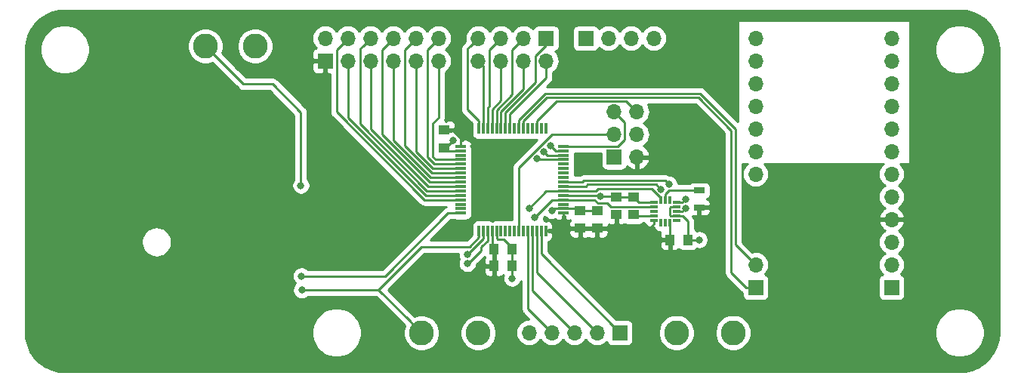
<source format=gbr>
G04 #@! TF.GenerationSoftware,KiCad,Pcbnew,(5.1.4)-1*
G04 #@! TF.CreationDate,2020-11-03T17:10:34-05:00*
G04 #@! TF.ProjectId,remote_racing_pcb,72656d6f-7465-45f7-9261-63696e675f70,rev?*
G04 #@! TF.SameCoordinates,Original*
G04 #@! TF.FileFunction,Copper,L2,Bot*
G04 #@! TF.FilePolarity,Positive*
%FSLAX46Y46*%
G04 Gerber Fmt 4.6, Leading zero omitted, Abs format (unit mm)*
G04 Created by KiCad (PCBNEW (5.1.4)-1) date 2020-11-03 17:10:34*
%MOMM*%
%LPD*%
G04 APERTURE LIST*
%ADD10R,1.700000X1.700000*%
%ADD11O,1.700000X1.700000*%
%ADD12R,1.200000X0.300000*%
%ADD13R,0.300000X1.200000*%
%ADD14C,2.800000*%
%ADD15R,1.300000X0.700000*%
%ADD16R,1.250000X1.000000*%
%ADD17R,1.000000X1.250000*%
%ADD18R,0.305000X0.813000*%
%ADD19R,0.813000X0.305000*%
%ADD20C,0.800000*%
%ADD21C,0.250000*%
%ADD22C,0.254000*%
G04 APERTURE END LIST*
D10*
X145415000Y-86360000D03*
D11*
X145415000Y-88900000D03*
X142875000Y-86360000D03*
X142875000Y-88900000D03*
X140335000Y-86360000D03*
X140335000Y-88900000D03*
X137795000Y-86360000D03*
X137795000Y-88900000D03*
D10*
X153670000Y-119380000D03*
D11*
X151130000Y-119380000D03*
X148590000Y-119380000D03*
X146050000Y-119380000D03*
X143510000Y-119380000D03*
D12*
X147355000Y-105985000D03*
X147355000Y-105485000D03*
X147355000Y-104985000D03*
X147355000Y-104485000D03*
X147355000Y-103985000D03*
X147355000Y-103485000D03*
X147355000Y-102985000D03*
X147355000Y-102485000D03*
X147355000Y-101985000D03*
X147355000Y-101485000D03*
X147355000Y-100985000D03*
X147355000Y-100485000D03*
X147355000Y-99985000D03*
X147355000Y-99485000D03*
X147355000Y-98985000D03*
X147355000Y-98485000D03*
D13*
X145355000Y-96485000D03*
X144855000Y-96485000D03*
X144355000Y-96485000D03*
X143855000Y-96485000D03*
X143355000Y-96485000D03*
X142855000Y-96485000D03*
X142355000Y-96485000D03*
X141855000Y-96485000D03*
X141355000Y-96485000D03*
X140855000Y-96485000D03*
X140355000Y-96485000D03*
X139855000Y-96485000D03*
X139355000Y-96485000D03*
X138855000Y-96485000D03*
X138355000Y-96485000D03*
X137855000Y-96485000D03*
D12*
X135855000Y-98485000D03*
X135855000Y-98985000D03*
X135855000Y-99485000D03*
X135855000Y-99985000D03*
X135855000Y-100485000D03*
X135855000Y-100985000D03*
X135855000Y-101485000D03*
X135855000Y-101985000D03*
X135855000Y-102485000D03*
X135855000Y-102985000D03*
X135855000Y-103485000D03*
X135855000Y-103985000D03*
X135855000Y-104485000D03*
X135855000Y-104985000D03*
X135855000Y-105485000D03*
D13*
X137855000Y-107985000D03*
X138355000Y-107985000D03*
X138855000Y-107985000D03*
X139355000Y-107985000D03*
X139855000Y-107985000D03*
X140355000Y-107985000D03*
X140855000Y-107985000D03*
X141355000Y-107985000D03*
X141855000Y-107985000D03*
X142355000Y-107985000D03*
X142855000Y-107985000D03*
X143355000Y-107985000D03*
X143855000Y-107985000D03*
X144355000Y-107985000D03*
X144855000Y-107985000D03*
X145355000Y-107985000D03*
D12*
X135855000Y-105985000D03*
D11*
X184150000Y-86360000D03*
X184150000Y-88900000D03*
X184150000Y-91440000D03*
X184150000Y-93980000D03*
X184150000Y-96520000D03*
X184150000Y-99060000D03*
X184150000Y-101600000D03*
X184150000Y-104140000D03*
X184150000Y-106680000D03*
X184150000Y-109220000D03*
X184150000Y-111760000D03*
D10*
X184150000Y-114300000D03*
D11*
X168910000Y-86360000D03*
D10*
X168910000Y-114300000D03*
D11*
X168910000Y-99060000D03*
X168910000Y-101600000D03*
X168910000Y-91440000D03*
X168910000Y-88900000D03*
X168910000Y-111760000D03*
X168910000Y-96520000D03*
X168910000Y-93980000D03*
D14*
X160020000Y-119380000D03*
X166370000Y-119380000D03*
X112776000Y-87249000D03*
X107206000Y-87249000D03*
X131445000Y-119416000D03*
X137795000Y-119416000D03*
D15*
X162560000Y-105344000D03*
X162560000Y-103444000D03*
D10*
X149860000Y-86360000D03*
D11*
X152400000Y-86360000D03*
X154940000Y-86360000D03*
X157480000Y-86360000D03*
D10*
X153035000Y-99695000D03*
D11*
X155575000Y-99695000D03*
X153035000Y-97155000D03*
X155575000Y-97155000D03*
X153035000Y-94615000D03*
X155575000Y-94615000D03*
D10*
X120650000Y-88900000D03*
D11*
X120650000Y-86360000D03*
X123190000Y-88900000D03*
X123190000Y-86360000D03*
X125730000Y-88900000D03*
X125730000Y-86360000D03*
X128270000Y-88900000D03*
X128270000Y-86360000D03*
X130810000Y-88900000D03*
X130810000Y-86360000D03*
X133350000Y-88900000D03*
X133350000Y-86360000D03*
D16*
X151130000Y-107680000D03*
X151130000Y-105680000D03*
D17*
X139589000Y-109982000D03*
X141589000Y-109982000D03*
D16*
X149225000Y-107680000D03*
X149225000Y-105680000D03*
D17*
X139589000Y-111887000D03*
X141589000Y-111887000D03*
D16*
X133985000Y-96663000D03*
X133985000Y-98663000D03*
D17*
X159290000Y-108966000D03*
X161290000Y-108966000D03*
D16*
X155194000Y-106156000D03*
X155194000Y-104156000D03*
X153289000Y-106156000D03*
X153289000Y-104156000D03*
D18*
X158250000Y-107066000D03*
X158750000Y-107066000D03*
X159250000Y-107066000D03*
D19*
X160025000Y-106791000D03*
X160025000Y-106291000D03*
X160025000Y-105791000D03*
X160025000Y-105291000D03*
X160025000Y-104791000D03*
D18*
X159250000Y-104516000D03*
X158750000Y-104516000D03*
X158250000Y-104516000D03*
D19*
X157475000Y-104791000D03*
X157475000Y-105291000D03*
X157475000Y-105791000D03*
X157475000Y-106291000D03*
X157475000Y-106791000D03*
D20*
X121920000Y-105410000D03*
X161036000Y-105410000D03*
X158304999Y-103291693D03*
X151458123Y-104077818D03*
X162560000Y-108966000D03*
X134975676Y-97803982D03*
X141605000Y-113284000D03*
X146050000Y-105701001D03*
X161036000Y-104409997D03*
X159159853Y-102719227D03*
X143510000Y-105410000D03*
X144145000Y-106426001D03*
X136588500Y-110617000D03*
X136588500Y-111617003D03*
X117919500Y-102870000D03*
X117983000Y-113030000D03*
X118008400Y-114604800D03*
X144340153Y-99890153D03*
X145159498Y-99070807D03*
X145923000Y-98425000D03*
D21*
X139355000Y-109748000D02*
X139589000Y-109982000D01*
X139355000Y-107985000D02*
X139355000Y-109748000D01*
X159250000Y-108926000D02*
X159290000Y-108966000D01*
X159250000Y-107066000D02*
X159250000Y-108926000D01*
X157475000Y-107193500D02*
X156845000Y-107823500D01*
X157475000Y-106791000D02*
X157475000Y-107193500D01*
X145355000Y-107985000D02*
X146015000Y-107985000D01*
X147355000Y-105985000D02*
X147355000Y-106645000D01*
X135855000Y-98085000D02*
X135855000Y-98485000D01*
X135855000Y-97610304D02*
X135855000Y-98085000D01*
X134907696Y-96663000D02*
X135855000Y-97610304D01*
X133985000Y-96663000D02*
X134907696Y-96663000D01*
X160025000Y-105791000D02*
X160655000Y-105791000D01*
X160655000Y-105791000D02*
X161036000Y-105410000D01*
X147355000Y-102985000D02*
X149889000Y-102985000D01*
X149889000Y-102985000D02*
X150093010Y-102780990D01*
X150093010Y-102780990D02*
X157794296Y-102780990D01*
X157794296Y-102780990D02*
X158304999Y-103291693D01*
X160681500Y-106291000D02*
X160025000Y-106291000D01*
X161290000Y-108966000D02*
X161290000Y-106899500D01*
X161290000Y-106899500D02*
X160681500Y-106291000D01*
X141589000Y-109857000D02*
X141589000Y-109982000D01*
X140642001Y-108910001D02*
X141589000Y-109857000D01*
X139944999Y-108910001D02*
X140642001Y-108910001D01*
X139855000Y-108820002D02*
X139944999Y-108910001D01*
X139855000Y-107985000D02*
X139855000Y-108820002D01*
X149030000Y-105485000D02*
X149225000Y-105680000D01*
X147355000Y-105485000D02*
X149030000Y-105485000D01*
X151130000Y-105680000D02*
X149225000Y-105680000D01*
X134307000Y-98985000D02*
X133985000Y-98663000D01*
X135855000Y-98985000D02*
X134307000Y-98985000D01*
X155829000Y-104791000D02*
X155194000Y-104156000D01*
X153289000Y-104156000D02*
X155194000Y-104156000D01*
X157475000Y-104791000D02*
X155829000Y-104791000D01*
X147379999Y-104009999D02*
X147355000Y-103985000D01*
X151579941Y-103956000D02*
X151458123Y-104077818D01*
X151365305Y-103985000D02*
X151458123Y-104077818D01*
X147355000Y-103985000D02*
X151365305Y-103985000D01*
X153210818Y-104077818D02*
X153289000Y-104156000D01*
X151458123Y-104077818D02*
X153210818Y-104077818D01*
X159368500Y-106291000D02*
X160025000Y-106291000D01*
X159293499Y-106215999D02*
X159368500Y-106291000D01*
X159293499Y-105366001D02*
X159293499Y-106215999D01*
X159368500Y-105291000D02*
X159293499Y-105366001D01*
X160025000Y-105291000D02*
X159368500Y-105291000D01*
X161290000Y-108966000D02*
X162560000Y-108966000D01*
X133985000Y-98663000D02*
X134116658Y-98663000D01*
X134116658Y-98663000D02*
X134975676Y-97803982D01*
X141589000Y-109982000D02*
X141589000Y-111887000D01*
X141589000Y-111887000D02*
X141589000Y-113268000D01*
X141589000Y-113268000D02*
X141605000Y-113284000D01*
X147355000Y-105485000D02*
X146266001Y-105485000D01*
X146266001Y-105485000D02*
X146050000Y-105701001D01*
X160025000Y-104791000D02*
X160654997Y-104791000D01*
X160654997Y-104791000D02*
X161036000Y-104409997D01*
X147355000Y-102485000D02*
X149315998Y-102485000D01*
X149629019Y-102330981D02*
X149906610Y-102330980D01*
X149315998Y-102485000D02*
X149475000Y-102485000D01*
X149475000Y-102485000D02*
X149629019Y-102330981D01*
X149906610Y-102330980D02*
X157170890Y-102330980D01*
X157170890Y-102330980D02*
X158771606Y-102330980D01*
X158771606Y-102330980D02*
X159159853Y-102719227D01*
X161660000Y-103444000D02*
X162560000Y-103444000D01*
X159177998Y-103444000D02*
X161660000Y-103444000D01*
X158750000Y-103871998D02*
X159177998Y-103444000D01*
X158750000Y-104516000D02*
X158750000Y-103871998D01*
X158250000Y-104262000D02*
X158250000Y-104516000D01*
X157219000Y-103231000D02*
X158250000Y-104262000D01*
X150977939Y-103485000D02*
X147355000Y-103485000D01*
X157219000Y-103231000D02*
X151231939Y-103231000D01*
X151231939Y-103231000D02*
X150977939Y-103485000D01*
X145435000Y-103485000D02*
X146030000Y-103485000D01*
X143510000Y-105410000D02*
X145435000Y-103485000D01*
X147355000Y-103485000D02*
X146030000Y-103485000D01*
X146030000Y-103485000D02*
X145816000Y-103485000D01*
X157475000Y-105291000D02*
X152713998Y-105291000D01*
X147355000Y-104485000D02*
X150840000Y-104485000D01*
X151209999Y-104854999D02*
X150840000Y-104485000D01*
X152277997Y-104854999D02*
X151209999Y-104854999D01*
X152713998Y-105291000D02*
X152277997Y-104854999D01*
X147355000Y-104485000D02*
X146086001Y-104485000D01*
X146086001Y-104485000D02*
X144145000Y-106426001D01*
X155329000Y-106291000D02*
X155194000Y-106156000D01*
X157475000Y-106291000D02*
X155329000Y-106291000D01*
X136607588Y-110617000D02*
X136588500Y-110617000D01*
X138355000Y-107985000D02*
X138355000Y-108869588D01*
X138355000Y-108869588D02*
X136607588Y-110617000D01*
X138855000Y-109049000D02*
X138112500Y-109791500D01*
X138855000Y-107985000D02*
X138855000Y-109049000D01*
X138326407Y-109577593D02*
X138112500Y-109791500D01*
X136661499Y-111617003D02*
X136588500Y-111617003D01*
X138112500Y-109791500D02*
X138112500Y-110166002D01*
X138112500Y-110166002D02*
X136661499Y-111617003D01*
X111460500Y-91503500D02*
X107206000Y-87249000D01*
X114744500Y-91503500D02*
X111460500Y-91503500D01*
X117919500Y-102870000D02*
X117919500Y-94678500D01*
X117919500Y-94678500D02*
X114744500Y-91503500D01*
X135855000Y-105985000D02*
X134426000Y-105985000D01*
X127381000Y-113030000D02*
X134426000Y-105985000D01*
X117983000Y-113030000D02*
X127381000Y-113030000D01*
X118021100Y-114592100D02*
X118008400Y-114604800D01*
X130045001Y-118016001D02*
X131445000Y-119416000D01*
X126621100Y-114592100D02*
X130045001Y-118016001D01*
X125895100Y-114592100D02*
X126621100Y-114592100D01*
X125895100Y-114592100D02*
X118021100Y-114592100D01*
X131444611Y-109768589D02*
X126621100Y-114592100D01*
X136819589Y-109768589D02*
X131444611Y-109768589D01*
X137879999Y-108708179D02*
X136819589Y-109768589D01*
X137879999Y-108459999D02*
X137879999Y-108708179D01*
X137855000Y-107985000D02*
X137855000Y-108435000D01*
X137855000Y-108435000D02*
X137879999Y-108459999D01*
X144855000Y-110565000D02*
X153670000Y-119380000D01*
X144855000Y-107985000D02*
X144855000Y-110565000D01*
X144355000Y-112605000D02*
X151130000Y-119380000D01*
X144355000Y-107985000D02*
X144355000Y-112605000D01*
X143855000Y-114645000D02*
X148590000Y-119380000D01*
X143855000Y-107985000D02*
X143855000Y-114645000D01*
X143355000Y-116685000D02*
X146050000Y-119380000D01*
X143355000Y-107985000D02*
X143355000Y-116685000D01*
X131777310Y-104485000D02*
X121920000Y-94627690D01*
X135855000Y-104485000D02*
X131777310Y-104485000D01*
X121920000Y-87630000D02*
X123190000Y-86360000D01*
X121920000Y-94627690D02*
X121920000Y-87630000D01*
X123190000Y-90102081D02*
X123190000Y-88900000D01*
X123190000Y-95261280D02*
X123190000Y-90102081D01*
X131913720Y-103985000D02*
X123190000Y-95261280D01*
X135855000Y-103985000D02*
X131913720Y-103985000D01*
X124880001Y-87209999D02*
X125730000Y-86360000D01*
X124554999Y-87535001D02*
X124880001Y-87209999D01*
X124554999Y-95989869D02*
X124554999Y-87535001D01*
X132050130Y-103485000D02*
X124554999Y-95989869D01*
X135855000Y-103485000D02*
X132050130Y-103485000D01*
X125730000Y-90102081D02*
X125730000Y-88900000D01*
X125730000Y-96528460D02*
X125730000Y-90102081D01*
X132186540Y-102985000D02*
X125730000Y-96528460D01*
X135855000Y-102985000D02*
X132186540Y-102985000D01*
X132322950Y-102485000D02*
X127000000Y-97162050D01*
X135855000Y-102485000D02*
X132322950Y-102485000D01*
X127000000Y-87630000D02*
X128270000Y-86360000D01*
X127000000Y-97162050D02*
X127000000Y-87630000D01*
X128270000Y-90102081D02*
X128270000Y-88900000D01*
X128270000Y-97795640D02*
X128270000Y-90102081D01*
X132459360Y-101985000D02*
X128270000Y-97795640D01*
X135855000Y-101985000D02*
X132459360Y-101985000D01*
X132595770Y-101485000D02*
X129540000Y-98429230D01*
X135855000Y-101485000D02*
X132595770Y-101485000D01*
X129540000Y-87630000D02*
X130810000Y-86360000D01*
X129540000Y-98429230D02*
X129540000Y-87630000D01*
X130810000Y-90102081D02*
X130810000Y-88900000D01*
X130810000Y-99062820D02*
X130810000Y-90102081D01*
X132732180Y-100985000D02*
X130810000Y-99062820D01*
X135855000Y-100985000D02*
X132732180Y-100985000D01*
X132868590Y-100485000D02*
X132080000Y-99696410D01*
X135855000Y-100485000D02*
X132868590Y-100485000D01*
X132080000Y-87630000D02*
X133350000Y-86360000D01*
X132080000Y-99696410D02*
X132080000Y-87630000D01*
X133005000Y-99985000D02*
X135855000Y-99985000D01*
X132715000Y-99695000D02*
X133005000Y-99985000D01*
X132715000Y-95885000D02*
X132715000Y-99695000D01*
X133350000Y-88900000D02*
X133350000Y-95250000D01*
X133350000Y-95250000D02*
X132715000Y-95885000D01*
X142355000Y-102149998D02*
X142355000Y-107985000D01*
X142355000Y-100850000D02*
X142355000Y-102149998D01*
X153035000Y-97155000D02*
X146050000Y-97155000D01*
X146050000Y-97155000D02*
X142355000Y-100850000D01*
X148205000Y-98485000D02*
X147355000Y-98485000D01*
X153444002Y-98485000D02*
X148205000Y-98485000D01*
X154210001Y-97719001D02*
X153444002Y-98485000D01*
X154210001Y-95790001D02*
X154210001Y-97719001D01*
X153035000Y-94615000D02*
X154210001Y-95790001D01*
X144355000Y-95635000D02*
X144355000Y-96485000D01*
X146550001Y-93439999D02*
X144355000Y-95635000D01*
X155575000Y-94615000D02*
X154399999Y-93439999D01*
X154399999Y-93439999D02*
X146550001Y-93439999D01*
X147355000Y-99985000D02*
X144435000Y-99985000D01*
X144435000Y-99985000D02*
X144340153Y-99890153D01*
X147355000Y-99485000D02*
X145573691Y-99485000D01*
X145573691Y-99485000D02*
X145159498Y-99070807D01*
X147355000Y-98985000D02*
X146483000Y-98985000D01*
X146483000Y-98985000D02*
X145923000Y-98425000D01*
X167810000Y-114300000D02*
X168910000Y-114300000D01*
X142855000Y-96485000D02*
X142855000Y-95649998D01*
X142855000Y-95649998D02*
X145515009Y-92989989D01*
X145515009Y-92989989D02*
X162457579Y-92989989D01*
X162457579Y-92989989D02*
X166173990Y-96706400D01*
X166173990Y-96706400D02*
X166173990Y-112663990D01*
X166173990Y-112663990D02*
X167810000Y-114300000D01*
X166624000Y-109474000D02*
X168910000Y-111760000D01*
X166624000Y-96520000D02*
X166624000Y-109474000D01*
X162643979Y-92539979D02*
X166624000Y-96520000D01*
X145328609Y-92539979D02*
X162643979Y-92539979D01*
X142355000Y-96485000D02*
X142355000Y-95513588D01*
X142355000Y-95513588D02*
X145328609Y-92539979D01*
X145415000Y-87184998D02*
X145415000Y-86360000D01*
X144239999Y-88359999D02*
X145415000Y-87184998D01*
X144239999Y-91343591D02*
X144239999Y-88359999D01*
X140855000Y-96485000D02*
X140855000Y-94728590D01*
X140855000Y-94728590D02*
X144239999Y-91343591D01*
X145415000Y-90805000D02*
X145415000Y-88900000D01*
X141355000Y-96485000D02*
X141355000Y-94865000D01*
X141355000Y-94865000D02*
X145415000Y-90805000D01*
X141605000Y-87630000D02*
X142875000Y-86360000D01*
X141605000Y-92705770D02*
X141605000Y-87630000D01*
X139855000Y-96485000D02*
X139855000Y-94455770D01*
X139855000Y-94455770D02*
X141605000Y-92705770D01*
X142875000Y-92072180D02*
X142875000Y-88900000D01*
X140355000Y-96485000D02*
X140355000Y-94592180D01*
X140355000Y-94592180D02*
X142875000Y-92072180D01*
X140335000Y-86360000D02*
X139065000Y-87630000D01*
X139065000Y-87630000D02*
X139065000Y-93972950D01*
X138855000Y-95635000D02*
X138855000Y-96485000D01*
X138855000Y-94182950D02*
X138855000Y-95635000D01*
X139065000Y-93972950D02*
X138855000Y-94182950D01*
X140335000Y-93339360D02*
X140335000Y-88900000D01*
X139355000Y-96485000D02*
X139355000Y-94319360D01*
X139355000Y-94319360D02*
X140335000Y-93339360D01*
X136945001Y-87209999D02*
X137795000Y-86360000D01*
X136619999Y-87535001D02*
X136945001Y-87209999D01*
X136619999Y-94399999D02*
X136619999Y-87535001D01*
X137855000Y-95635000D02*
X136619999Y-94399999D01*
X137855000Y-96485000D02*
X137855000Y-95635000D01*
X138355000Y-89460000D02*
X137795000Y-88900000D01*
X138355000Y-96485000D02*
X138355000Y-89460000D01*
D22*
G36*
X192547803Y-83307139D02*
G01*
X193301023Y-83513197D01*
X194005852Y-83849384D01*
X194640002Y-84305065D01*
X195183441Y-84865851D01*
X195618981Y-85514001D01*
X195932862Y-86229043D01*
X196116424Y-86993636D01*
X196165001Y-87655126D01*
X196165000Y-119349494D01*
X196092861Y-120157805D01*
X195886803Y-120911023D01*
X195550616Y-121615852D01*
X195094932Y-122250005D01*
X194534149Y-122793441D01*
X193885996Y-123228982D01*
X193170956Y-123542863D01*
X192406364Y-123726424D01*
X191744887Y-123775000D01*
X91470506Y-123775000D01*
X90662195Y-123702861D01*
X89908977Y-123496803D01*
X89204148Y-123160616D01*
X88569995Y-122704932D01*
X88026559Y-122144149D01*
X87591018Y-121495996D01*
X87277137Y-120780956D01*
X87093576Y-120016364D01*
X87045000Y-119354887D01*
X87045000Y-119105701D01*
X119135000Y-119105701D01*
X119135000Y-119654299D01*
X119242026Y-120192354D01*
X119451965Y-120699192D01*
X119756750Y-121155334D01*
X120144666Y-121543250D01*
X120600808Y-121848035D01*
X121107646Y-122057974D01*
X121645701Y-122165000D01*
X122194299Y-122165000D01*
X122732354Y-122057974D01*
X123239192Y-121848035D01*
X123695334Y-121543250D01*
X124083250Y-121155334D01*
X124388035Y-120699192D01*
X124597974Y-120192354D01*
X124705000Y-119654299D01*
X124705000Y-119105701D01*
X124597974Y-118567646D01*
X124388035Y-118060808D01*
X124083250Y-117604666D01*
X123695334Y-117216750D01*
X123239192Y-116911965D01*
X122732354Y-116702026D01*
X122194299Y-116595000D01*
X121645701Y-116595000D01*
X121107646Y-116702026D01*
X120600808Y-116911965D01*
X120144666Y-117216750D01*
X119756750Y-117604666D01*
X119451965Y-118060808D01*
X119242026Y-118567646D01*
X119135000Y-119105701D01*
X87045000Y-119105701D01*
X87045000Y-112928061D01*
X116948000Y-112928061D01*
X116948000Y-113131939D01*
X116987774Y-113331898D01*
X117065795Y-113520256D01*
X117179063Y-113689774D01*
X117319389Y-113830100D01*
X117204463Y-113945026D01*
X117091195Y-114114544D01*
X117013174Y-114302902D01*
X116973400Y-114502861D01*
X116973400Y-114706739D01*
X117013174Y-114906698D01*
X117091195Y-115095056D01*
X117204463Y-115264574D01*
X117348626Y-115408737D01*
X117518144Y-115522005D01*
X117706502Y-115600026D01*
X117906461Y-115639800D01*
X118110339Y-115639800D01*
X118310298Y-115600026D01*
X118498656Y-115522005D01*
X118668174Y-115408737D01*
X118724811Y-115352100D01*
X126306299Y-115352100D01*
X129533998Y-118579800D01*
X129534003Y-118579804D01*
X129572677Y-118618478D01*
X129488204Y-118822413D01*
X129410000Y-119215570D01*
X129410000Y-119616430D01*
X129488204Y-120009587D01*
X129641607Y-120379934D01*
X129864313Y-120713237D01*
X130147763Y-120996687D01*
X130481066Y-121219393D01*
X130851413Y-121372796D01*
X131244570Y-121451000D01*
X131645430Y-121451000D01*
X132038587Y-121372796D01*
X132408934Y-121219393D01*
X132742237Y-120996687D01*
X133025687Y-120713237D01*
X133248393Y-120379934D01*
X133401796Y-120009587D01*
X133480000Y-119616430D01*
X133480000Y-119215570D01*
X135760000Y-119215570D01*
X135760000Y-119616430D01*
X135838204Y-120009587D01*
X135991607Y-120379934D01*
X136214313Y-120713237D01*
X136497763Y-120996687D01*
X136831066Y-121219393D01*
X137201413Y-121372796D01*
X137594570Y-121451000D01*
X137995430Y-121451000D01*
X138388587Y-121372796D01*
X138758934Y-121219393D01*
X139092237Y-120996687D01*
X139375687Y-120713237D01*
X139598393Y-120379934D01*
X139751796Y-120009587D01*
X139830000Y-119616430D01*
X139830000Y-119215570D01*
X139751796Y-118822413D01*
X139598393Y-118452066D01*
X139375687Y-118118763D01*
X139092237Y-117835313D01*
X138758934Y-117612607D01*
X138388587Y-117459204D01*
X137995430Y-117381000D01*
X137594570Y-117381000D01*
X137201413Y-117459204D01*
X136831066Y-117612607D01*
X136497763Y-117835313D01*
X136214313Y-118118763D01*
X135991607Y-118452066D01*
X135838204Y-118822413D01*
X135760000Y-119215570D01*
X133480000Y-119215570D01*
X133401796Y-118822413D01*
X133248393Y-118452066D01*
X133025687Y-118118763D01*
X132742237Y-117835313D01*
X132408934Y-117612607D01*
X132038587Y-117459204D01*
X131645430Y-117381000D01*
X131244570Y-117381000D01*
X130851413Y-117459204D01*
X130647478Y-117543677D01*
X130608804Y-117505003D01*
X130608800Y-117504998D01*
X127695901Y-114592100D01*
X131759413Y-110528589D01*
X135553500Y-110528589D01*
X135553500Y-110718939D01*
X135593274Y-110918898D01*
X135671295Y-111107256D01*
X135677807Y-111117002D01*
X135671295Y-111126747D01*
X135593274Y-111315105D01*
X135553500Y-111515064D01*
X135553500Y-111718942D01*
X135593274Y-111918901D01*
X135671295Y-112107259D01*
X135784563Y-112276777D01*
X135928726Y-112420940D01*
X136098244Y-112534208D01*
X136286602Y-112612229D01*
X136486561Y-112652003D01*
X136690439Y-112652003D01*
X136890398Y-112612229D01*
X137078756Y-112534208D01*
X137111992Y-112512000D01*
X138450928Y-112512000D01*
X138463188Y-112636482D01*
X138499498Y-112756180D01*
X138558463Y-112866494D01*
X138637815Y-112963185D01*
X138734506Y-113042537D01*
X138844820Y-113101502D01*
X138964518Y-113137812D01*
X139089000Y-113150072D01*
X139303250Y-113147000D01*
X139462000Y-112988250D01*
X139462000Y-112014000D01*
X138612750Y-112014000D01*
X138454000Y-112172750D01*
X138450928Y-112512000D01*
X137111992Y-112512000D01*
X137248274Y-112420940D01*
X137392437Y-112276777D01*
X137505705Y-112107259D01*
X137583726Y-111918901D01*
X137620803Y-111732500D01*
X138500413Y-110852891D01*
X138544034Y-110934500D01*
X138499498Y-111017820D01*
X138463188Y-111137518D01*
X138450928Y-111262000D01*
X138454000Y-111601250D01*
X138612750Y-111760000D01*
X139462000Y-111760000D01*
X139462000Y-110109000D01*
X139442000Y-110109000D01*
X139442000Y-109855000D01*
X139462000Y-109855000D01*
X139462000Y-109835000D01*
X139716000Y-109835000D01*
X139716000Y-109855000D01*
X139736000Y-109855000D01*
X139736000Y-110109000D01*
X139716000Y-110109000D01*
X139716000Y-111760000D01*
X139736000Y-111760000D01*
X139736000Y-112014000D01*
X139716000Y-112014000D01*
X139716000Y-112988250D01*
X139874750Y-113147000D01*
X140089000Y-113150072D01*
X140213482Y-113137812D01*
X140333180Y-113101502D01*
X140443494Y-113042537D01*
X140540185Y-112963185D01*
X140589000Y-112903704D01*
X140624387Y-112946823D01*
X140609774Y-112982102D01*
X140570000Y-113182061D01*
X140570000Y-113385939D01*
X140609774Y-113585898D01*
X140687795Y-113774256D01*
X140801063Y-113943774D01*
X140945226Y-114087937D01*
X141114744Y-114201205D01*
X141303102Y-114279226D01*
X141503061Y-114319000D01*
X141706939Y-114319000D01*
X141906898Y-114279226D01*
X142095256Y-114201205D01*
X142264774Y-114087937D01*
X142408937Y-113943774D01*
X142522205Y-113774256D01*
X142595001Y-113598513D01*
X142595001Y-116647668D01*
X142591324Y-116685000D01*
X142605998Y-116833985D01*
X142649454Y-116977246D01*
X142720026Y-117109276D01*
X142791201Y-117196002D01*
X142815000Y-117225001D01*
X142843998Y-117248799D01*
X143490199Y-117895000D01*
X143437050Y-117895000D01*
X143218889Y-117916487D01*
X142938966Y-118001401D01*
X142680986Y-118139294D01*
X142454866Y-118324866D01*
X142269294Y-118550986D01*
X142131401Y-118808966D01*
X142046487Y-119088889D01*
X142017815Y-119380000D01*
X142046487Y-119671111D01*
X142131401Y-119951034D01*
X142269294Y-120209014D01*
X142454866Y-120435134D01*
X142680986Y-120620706D01*
X142938966Y-120758599D01*
X143218889Y-120843513D01*
X143437050Y-120865000D01*
X143582950Y-120865000D01*
X143801111Y-120843513D01*
X144081034Y-120758599D01*
X144339014Y-120620706D01*
X144565134Y-120435134D01*
X144750706Y-120209014D01*
X144780000Y-120154209D01*
X144809294Y-120209014D01*
X144994866Y-120435134D01*
X145220986Y-120620706D01*
X145478966Y-120758599D01*
X145758889Y-120843513D01*
X145977050Y-120865000D01*
X146122950Y-120865000D01*
X146341111Y-120843513D01*
X146621034Y-120758599D01*
X146879014Y-120620706D01*
X147105134Y-120435134D01*
X147290706Y-120209014D01*
X147320000Y-120154209D01*
X147349294Y-120209014D01*
X147534866Y-120435134D01*
X147760986Y-120620706D01*
X148018966Y-120758599D01*
X148298889Y-120843513D01*
X148517050Y-120865000D01*
X148662950Y-120865000D01*
X148881111Y-120843513D01*
X149161034Y-120758599D01*
X149419014Y-120620706D01*
X149645134Y-120435134D01*
X149830706Y-120209014D01*
X149860000Y-120154209D01*
X149889294Y-120209014D01*
X150074866Y-120435134D01*
X150300986Y-120620706D01*
X150558966Y-120758599D01*
X150838889Y-120843513D01*
X151057050Y-120865000D01*
X151202950Y-120865000D01*
X151421111Y-120843513D01*
X151701034Y-120758599D01*
X151959014Y-120620706D01*
X152185134Y-120435134D01*
X152209607Y-120405313D01*
X152230498Y-120474180D01*
X152289463Y-120584494D01*
X152368815Y-120681185D01*
X152465506Y-120760537D01*
X152575820Y-120819502D01*
X152695518Y-120855812D01*
X152820000Y-120868072D01*
X154520000Y-120868072D01*
X154644482Y-120855812D01*
X154764180Y-120819502D01*
X154874494Y-120760537D01*
X154971185Y-120681185D01*
X155050537Y-120584494D01*
X155109502Y-120474180D01*
X155145812Y-120354482D01*
X155158072Y-120230000D01*
X155158072Y-119179570D01*
X157985000Y-119179570D01*
X157985000Y-119580430D01*
X158063204Y-119973587D01*
X158216607Y-120343934D01*
X158439313Y-120677237D01*
X158722763Y-120960687D01*
X159056066Y-121183393D01*
X159426413Y-121336796D01*
X159819570Y-121415000D01*
X160220430Y-121415000D01*
X160613587Y-121336796D01*
X160983934Y-121183393D01*
X161317237Y-120960687D01*
X161600687Y-120677237D01*
X161823393Y-120343934D01*
X161976796Y-119973587D01*
X162055000Y-119580430D01*
X162055000Y-119179570D01*
X164335000Y-119179570D01*
X164335000Y-119580430D01*
X164413204Y-119973587D01*
X164566607Y-120343934D01*
X164789313Y-120677237D01*
X165072763Y-120960687D01*
X165406066Y-121183393D01*
X165776413Y-121336796D01*
X166169570Y-121415000D01*
X166570430Y-121415000D01*
X166963587Y-121336796D01*
X167333934Y-121183393D01*
X167667237Y-120960687D01*
X167950687Y-120677237D01*
X168173393Y-120343934D01*
X168326796Y-119973587D01*
X168405000Y-119580430D01*
X168405000Y-119179570D01*
X168390307Y-119105701D01*
X188985000Y-119105701D01*
X188985000Y-119654299D01*
X189092026Y-120192354D01*
X189301965Y-120699192D01*
X189606750Y-121155334D01*
X189994666Y-121543250D01*
X190450808Y-121848035D01*
X190957646Y-122057974D01*
X191495701Y-122165000D01*
X192044299Y-122165000D01*
X192582354Y-122057974D01*
X193089192Y-121848035D01*
X193545334Y-121543250D01*
X193933250Y-121155334D01*
X194238035Y-120699192D01*
X194447974Y-120192354D01*
X194555000Y-119654299D01*
X194555000Y-119105701D01*
X194447974Y-118567646D01*
X194238035Y-118060808D01*
X193933250Y-117604666D01*
X193545334Y-117216750D01*
X193089192Y-116911965D01*
X192582354Y-116702026D01*
X192044299Y-116595000D01*
X191495701Y-116595000D01*
X190957646Y-116702026D01*
X190450808Y-116911965D01*
X189994666Y-117216750D01*
X189606750Y-117604666D01*
X189301965Y-118060808D01*
X189092026Y-118567646D01*
X188985000Y-119105701D01*
X168390307Y-119105701D01*
X168326796Y-118786413D01*
X168173393Y-118416066D01*
X167950687Y-118082763D01*
X167667237Y-117799313D01*
X167333934Y-117576607D01*
X166963587Y-117423204D01*
X166570430Y-117345000D01*
X166169570Y-117345000D01*
X165776413Y-117423204D01*
X165406066Y-117576607D01*
X165072763Y-117799313D01*
X164789313Y-118082763D01*
X164566607Y-118416066D01*
X164413204Y-118786413D01*
X164335000Y-119179570D01*
X162055000Y-119179570D01*
X161976796Y-118786413D01*
X161823393Y-118416066D01*
X161600687Y-118082763D01*
X161317237Y-117799313D01*
X160983934Y-117576607D01*
X160613587Y-117423204D01*
X160220430Y-117345000D01*
X159819570Y-117345000D01*
X159426413Y-117423204D01*
X159056066Y-117576607D01*
X158722763Y-117799313D01*
X158439313Y-118082763D01*
X158216607Y-118416066D01*
X158063204Y-118786413D01*
X157985000Y-119179570D01*
X155158072Y-119179570D01*
X155158072Y-118530000D01*
X155145812Y-118405518D01*
X155109502Y-118285820D01*
X155050537Y-118175506D01*
X154971185Y-118078815D01*
X154874494Y-117999463D01*
X154764180Y-117940498D01*
X154644482Y-117904188D01*
X154520000Y-117891928D01*
X153256730Y-117891928D01*
X145615000Y-110250199D01*
X145615000Y-109591000D01*
X158151928Y-109591000D01*
X158164188Y-109715482D01*
X158200498Y-109835180D01*
X158259463Y-109945494D01*
X158338815Y-110042185D01*
X158435506Y-110121537D01*
X158545820Y-110180502D01*
X158665518Y-110216812D01*
X158790000Y-110229072D01*
X159004250Y-110226000D01*
X159163000Y-110067250D01*
X159163000Y-109093000D01*
X158313750Y-109093000D01*
X158155000Y-109251750D01*
X158151928Y-109591000D01*
X145615000Y-109591000D01*
X145615000Y-109211357D01*
X145640289Y-109208564D01*
X145759341Y-109170189D01*
X145868619Y-109109325D01*
X145963923Y-109028312D01*
X146041591Y-108930263D01*
X146098638Y-108818945D01*
X146132871Y-108698637D01*
X146142977Y-108573961D01*
X146140000Y-108270750D01*
X146049250Y-108180000D01*
X147961928Y-108180000D01*
X147974188Y-108304482D01*
X148010498Y-108424180D01*
X148069463Y-108534494D01*
X148148815Y-108631185D01*
X148245506Y-108710537D01*
X148355820Y-108769502D01*
X148475518Y-108805812D01*
X148600000Y-108818072D01*
X148939250Y-108815000D01*
X149098000Y-108656250D01*
X149098000Y-107807000D01*
X149352000Y-107807000D01*
X149352000Y-108656250D01*
X149510750Y-108815000D01*
X149850000Y-108818072D01*
X149974482Y-108805812D01*
X150094180Y-108769502D01*
X150177500Y-108724966D01*
X150260820Y-108769502D01*
X150380518Y-108805812D01*
X150505000Y-108818072D01*
X150844250Y-108815000D01*
X151003000Y-108656250D01*
X151003000Y-107807000D01*
X151257000Y-107807000D01*
X151257000Y-108656250D01*
X151415750Y-108815000D01*
X151755000Y-108818072D01*
X151879482Y-108805812D01*
X151999180Y-108769502D01*
X152109494Y-108710537D01*
X152206185Y-108631185D01*
X152285537Y-108534494D01*
X152344502Y-108424180D01*
X152380812Y-108304482D01*
X152393072Y-108180000D01*
X152390000Y-107965750D01*
X152231250Y-107807000D01*
X151257000Y-107807000D01*
X151003000Y-107807000D01*
X149352000Y-107807000D01*
X149098000Y-107807000D01*
X148123750Y-107807000D01*
X147965000Y-107965750D01*
X147961928Y-108180000D01*
X146049250Y-108180000D01*
X145981250Y-108112000D01*
X145643072Y-108112000D01*
X145643072Y-107858000D01*
X145981250Y-107858000D01*
X146140000Y-107699250D01*
X146142977Y-107396039D01*
X146132871Y-107271363D01*
X146098638Y-107151055D01*
X146041591Y-107039737D01*
X145963923Y-106941688D01*
X145868619Y-106860675D01*
X145759341Y-106799811D01*
X145640289Y-106761436D01*
X145536750Y-106750000D01*
X145399475Y-106887275D01*
X145359494Y-106854463D01*
X145249180Y-106795498D01*
X145205497Y-106782247D01*
X145173250Y-106750000D01*
X145129049Y-106754882D01*
X145140226Y-106727899D01*
X145180000Y-106527940D01*
X145180000Y-106465802D01*
X145265545Y-106380257D01*
X145390226Y-106504938D01*
X145559744Y-106618206D01*
X145748102Y-106696227D01*
X145948061Y-106736001D01*
X146151939Y-106736001D01*
X146351898Y-106696227D01*
X146410469Y-106671966D01*
X146521055Y-106728638D01*
X146641363Y-106762871D01*
X146766039Y-106772977D01*
X147069250Y-106770000D01*
X147228000Y-106611250D01*
X147228000Y-106273072D01*
X147482000Y-106273072D01*
X147482000Y-106611250D01*
X147640750Y-106770000D01*
X147943961Y-106772977D01*
X148068637Y-106762871D01*
X148136778Y-106743482D01*
X148069463Y-106825506D01*
X148010498Y-106935820D01*
X147974188Y-107055518D01*
X147961928Y-107180000D01*
X147965000Y-107394250D01*
X148123750Y-107553000D01*
X149098000Y-107553000D01*
X149098000Y-107533000D01*
X149352000Y-107533000D01*
X149352000Y-107553000D01*
X151003000Y-107553000D01*
X151003000Y-107533000D01*
X151257000Y-107533000D01*
X151257000Y-107553000D01*
X152231250Y-107553000D01*
X152390000Y-107394250D01*
X152392343Y-107230815D01*
X152419820Y-107245502D01*
X152539518Y-107281812D01*
X152664000Y-107294072D01*
X153003250Y-107291000D01*
X153162000Y-107132250D01*
X153162000Y-106283000D01*
X153142000Y-106283000D01*
X153142000Y-106051000D01*
X153436000Y-106051000D01*
X153436000Y-106283000D01*
X153416000Y-106283000D01*
X153416000Y-107132250D01*
X153574750Y-107291000D01*
X153914000Y-107294072D01*
X154038482Y-107281812D01*
X154158180Y-107245502D01*
X154241500Y-107200966D01*
X154324820Y-107245502D01*
X154444518Y-107281812D01*
X154569000Y-107294072D01*
X155819000Y-107294072D01*
X155943482Y-107281812D01*
X156063180Y-107245502D01*
X156173494Y-107186537D01*
X156270185Y-107107185D01*
X156316295Y-107051000D01*
X156442090Y-107051000D01*
X156445568Y-107081671D01*
X156484493Y-107200544D01*
X156545861Y-107309539D01*
X156627314Y-107404467D01*
X156725722Y-107481681D01*
X156837302Y-107538213D01*
X156957767Y-107571890D01*
X157082488Y-107581419D01*
X157189250Y-107578500D01*
X157347998Y-107419752D01*
X157347998Y-107578500D01*
X157469868Y-107578500D01*
X157471688Y-107596982D01*
X157507998Y-107716680D01*
X157566963Y-107826994D01*
X157646315Y-107923685D01*
X157743006Y-108003037D01*
X157853320Y-108062002D01*
X157973018Y-108098312D01*
X158097500Y-108110572D01*
X158196326Y-108110572D01*
X158164188Y-108216518D01*
X158151928Y-108341000D01*
X158155000Y-108680250D01*
X158313750Y-108839000D01*
X159163000Y-108839000D01*
X159163000Y-108819000D01*
X159417000Y-108819000D01*
X159417000Y-108839000D01*
X159437000Y-108839000D01*
X159437000Y-109093000D01*
X159417000Y-109093000D01*
X159417000Y-110067250D01*
X159575750Y-110226000D01*
X159790000Y-110229072D01*
X159914482Y-110216812D01*
X160034180Y-110180502D01*
X160144494Y-110121537D01*
X160241185Y-110042185D01*
X160290000Y-109982704D01*
X160338815Y-110042185D01*
X160435506Y-110121537D01*
X160545820Y-110180502D01*
X160665518Y-110216812D01*
X160790000Y-110229072D01*
X161790000Y-110229072D01*
X161914482Y-110216812D01*
X162034180Y-110180502D01*
X162144494Y-110121537D01*
X162241185Y-110042185D01*
X162300676Y-109969694D01*
X162458061Y-110001000D01*
X162661939Y-110001000D01*
X162861898Y-109961226D01*
X163050256Y-109883205D01*
X163219774Y-109769937D01*
X163363937Y-109625774D01*
X163477205Y-109456256D01*
X163555226Y-109267898D01*
X163595000Y-109067939D01*
X163595000Y-108864061D01*
X163555226Y-108664102D01*
X163477205Y-108475744D01*
X163363937Y-108306226D01*
X163219774Y-108162063D01*
X163050256Y-108048795D01*
X162861898Y-107970774D01*
X162661939Y-107931000D01*
X162458061Y-107931000D01*
X162300676Y-107962306D01*
X162241185Y-107889815D01*
X162144494Y-107810463D01*
X162050000Y-107759954D01*
X162050000Y-106936823D01*
X162053676Y-106899500D01*
X162050000Y-106862177D01*
X162050000Y-106862167D01*
X162039003Y-106750514D01*
X161995546Y-106607253D01*
X161956655Y-106534494D01*
X161924974Y-106475223D01*
X161853799Y-106388497D01*
X161830001Y-106359499D01*
X161801002Y-106335700D01*
X161784938Y-106319636D01*
X161785518Y-106319812D01*
X161910000Y-106332072D01*
X162274250Y-106329000D01*
X162433000Y-106170250D01*
X162433000Y-105471000D01*
X162687000Y-105471000D01*
X162687000Y-106170250D01*
X162845750Y-106329000D01*
X163210000Y-106332072D01*
X163334482Y-106319812D01*
X163454180Y-106283502D01*
X163564494Y-106224537D01*
X163661185Y-106145185D01*
X163740537Y-106048494D01*
X163799502Y-105938180D01*
X163835812Y-105818482D01*
X163848072Y-105694000D01*
X163845000Y-105629750D01*
X163686250Y-105471000D01*
X162687000Y-105471000D01*
X162433000Y-105471000D01*
X162413000Y-105471000D01*
X162413000Y-105217000D01*
X162433000Y-105217000D01*
X162433000Y-105197000D01*
X162687000Y-105197000D01*
X162687000Y-105217000D01*
X163686250Y-105217000D01*
X163845000Y-105058250D01*
X163848072Y-104994000D01*
X163835812Y-104869518D01*
X163799502Y-104749820D01*
X163740537Y-104639506D01*
X163661185Y-104542815D01*
X163564494Y-104463463D01*
X163454180Y-104404498D01*
X163419573Y-104394000D01*
X163454180Y-104383502D01*
X163564494Y-104324537D01*
X163661185Y-104245185D01*
X163740537Y-104148494D01*
X163799502Y-104038180D01*
X163835812Y-103918482D01*
X163848072Y-103794000D01*
X163848072Y-103094000D01*
X163835812Y-102969518D01*
X163799502Y-102849820D01*
X163740537Y-102739506D01*
X163661185Y-102642815D01*
X163564494Y-102563463D01*
X163454180Y-102504498D01*
X163334482Y-102468188D01*
X163210000Y-102455928D01*
X161910000Y-102455928D01*
X161785518Y-102468188D01*
X161665820Y-102504498D01*
X161555506Y-102563463D01*
X161458815Y-102642815D01*
X161425015Y-102684000D01*
X160194853Y-102684000D01*
X160194853Y-102617288D01*
X160155079Y-102417329D01*
X160077058Y-102228971D01*
X159963790Y-102059453D01*
X159819627Y-101915290D01*
X159650109Y-101802022D01*
X159461751Y-101724001D01*
X159261792Y-101684227D01*
X159173845Y-101684227D01*
X159063853Y-101625434D01*
X158920592Y-101581977D01*
X158808939Y-101570980D01*
X158808928Y-101570980D01*
X158771606Y-101567304D01*
X158734284Y-101570980D01*
X149869273Y-101570980D01*
X149666350Y-101570982D01*
X149629019Y-101567305D01*
X149480033Y-101581978D01*
X149336773Y-101625435D01*
X149204744Y-101696007D01*
X149204743Y-101696008D01*
X149204741Y-101696009D01*
X149169416Y-101725000D01*
X148584208Y-101725000D01*
X148593072Y-101635000D01*
X148593072Y-101335000D01*
X148583223Y-101235000D01*
X148593072Y-101135000D01*
X148593072Y-100835000D01*
X148583223Y-100735000D01*
X148593072Y-100635000D01*
X148593072Y-100335000D01*
X148583223Y-100235000D01*
X148593072Y-100135000D01*
X148593072Y-99835000D01*
X148583223Y-99735000D01*
X148593072Y-99635000D01*
X148593072Y-99335000D01*
X148584208Y-99245000D01*
X151546928Y-99245000D01*
X151546928Y-100545000D01*
X151559188Y-100669482D01*
X151595498Y-100789180D01*
X151654463Y-100899494D01*
X151733815Y-100996185D01*
X151830506Y-101075537D01*
X151940820Y-101134502D01*
X152060518Y-101170812D01*
X152185000Y-101183072D01*
X153885000Y-101183072D01*
X154009482Y-101170812D01*
X154129180Y-101134502D01*
X154239494Y-101075537D01*
X154336185Y-100996185D01*
X154415537Y-100899494D01*
X154474502Y-100789180D01*
X154497498Y-100713374D01*
X154693645Y-100890178D01*
X154943748Y-101039157D01*
X155218109Y-101136481D01*
X155448000Y-101015814D01*
X155448000Y-99822000D01*
X155702000Y-99822000D01*
X155702000Y-101015814D01*
X155931891Y-101136481D01*
X156206252Y-101039157D01*
X156456355Y-100890178D01*
X156672588Y-100695269D01*
X156846641Y-100461920D01*
X156971825Y-100199099D01*
X157016476Y-100051890D01*
X156895155Y-99822000D01*
X155702000Y-99822000D01*
X155448000Y-99822000D01*
X155428000Y-99822000D01*
X155428000Y-99568000D01*
X155448000Y-99568000D01*
X155448000Y-99548000D01*
X155702000Y-99548000D01*
X155702000Y-99568000D01*
X156895155Y-99568000D01*
X157016476Y-99338110D01*
X156971825Y-99190901D01*
X156846641Y-98928080D01*
X156672588Y-98694731D01*
X156456355Y-98499822D01*
X156339477Y-98430201D01*
X156404014Y-98395706D01*
X156630134Y-98210134D01*
X156815706Y-97984014D01*
X156953599Y-97726034D01*
X157038513Y-97446111D01*
X157067185Y-97155000D01*
X157038513Y-96863889D01*
X156953599Y-96583966D01*
X156815706Y-96325986D01*
X156630134Y-96099866D01*
X156404014Y-95914294D01*
X156349209Y-95885000D01*
X156404014Y-95855706D01*
X156630134Y-95670134D01*
X156815706Y-95444014D01*
X156953599Y-95186034D01*
X157038513Y-94906111D01*
X157067185Y-94615000D01*
X157038513Y-94323889D01*
X156953599Y-94043966D01*
X156815706Y-93785986D01*
X156786164Y-93749989D01*
X162142778Y-93749989D01*
X165413990Y-97021202D01*
X165413991Y-112626657D01*
X165410314Y-112663990D01*
X165413991Y-112701323D01*
X165414275Y-112704201D01*
X165424988Y-112812975D01*
X165468444Y-112956236D01*
X165539016Y-113088266D01*
X165610191Y-113174992D01*
X165633990Y-113203991D01*
X165662988Y-113227789D01*
X167246201Y-114811003D01*
X167269999Y-114840001D01*
X167298997Y-114863799D01*
X167385724Y-114934974D01*
X167421928Y-114954326D01*
X167421928Y-115150000D01*
X167434188Y-115274482D01*
X167470498Y-115394180D01*
X167529463Y-115504494D01*
X167608815Y-115601185D01*
X167705506Y-115680537D01*
X167815820Y-115739502D01*
X167935518Y-115775812D01*
X168060000Y-115788072D01*
X169760000Y-115788072D01*
X169884482Y-115775812D01*
X170004180Y-115739502D01*
X170114494Y-115680537D01*
X170211185Y-115601185D01*
X170290537Y-115504494D01*
X170349502Y-115394180D01*
X170385812Y-115274482D01*
X170398072Y-115150000D01*
X170398072Y-113450000D01*
X170385812Y-113325518D01*
X170349502Y-113205820D01*
X170290537Y-113095506D01*
X170211185Y-112998815D01*
X170114494Y-112919463D01*
X170004180Y-112860498D01*
X169935313Y-112839607D01*
X169965134Y-112815134D01*
X170150706Y-112589014D01*
X170288599Y-112331034D01*
X170373513Y-112051111D01*
X170402185Y-111760000D01*
X170373513Y-111468889D01*
X170288599Y-111188966D01*
X170150706Y-110930986D01*
X169965134Y-110704866D01*
X169739014Y-110519294D01*
X169481034Y-110381401D01*
X169201111Y-110296487D01*
X168982950Y-110275000D01*
X168837050Y-110275000D01*
X168618889Y-110296487D01*
X168544005Y-110319203D01*
X167444802Y-109220000D01*
X182657815Y-109220000D01*
X182686487Y-109511111D01*
X182771401Y-109791034D01*
X182909294Y-110049014D01*
X183094866Y-110275134D01*
X183320986Y-110460706D01*
X183375791Y-110490000D01*
X183320986Y-110519294D01*
X183094866Y-110704866D01*
X182909294Y-110930986D01*
X182771401Y-111188966D01*
X182686487Y-111468889D01*
X182657815Y-111760000D01*
X182686487Y-112051111D01*
X182771401Y-112331034D01*
X182909294Y-112589014D01*
X183094866Y-112815134D01*
X183124687Y-112839607D01*
X183055820Y-112860498D01*
X182945506Y-112919463D01*
X182848815Y-112998815D01*
X182769463Y-113095506D01*
X182710498Y-113205820D01*
X182674188Y-113325518D01*
X182661928Y-113450000D01*
X182661928Y-115150000D01*
X182674188Y-115274482D01*
X182710498Y-115394180D01*
X182769463Y-115504494D01*
X182848815Y-115601185D01*
X182945506Y-115680537D01*
X183055820Y-115739502D01*
X183175518Y-115775812D01*
X183300000Y-115788072D01*
X185000000Y-115788072D01*
X185124482Y-115775812D01*
X185244180Y-115739502D01*
X185354494Y-115680537D01*
X185451185Y-115601185D01*
X185530537Y-115504494D01*
X185589502Y-115394180D01*
X185625812Y-115274482D01*
X185638072Y-115150000D01*
X185638072Y-113450000D01*
X185625812Y-113325518D01*
X185589502Y-113205820D01*
X185530537Y-113095506D01*
X185451185Y-112998815D01*
X185354494Y-112919463D01*
X185244180Y-112860498D01*
X185175313Y-112839607D01*
X185205134Y-112815134D01*
X185390706Y-112589014D01*
X185528599Y-112331034D01*
X185613513Y-112051111D01*
X185642185Y-111760000D01*
X185613513Y-111468889D01*
X185528599Y-111188966D01*
X185390706Y-110930986D01*
X185205134Y-110704866D01*
X184979014Y-110519294D01*
X184924209Y-110490000D01*
X184979014Y-110460706D01*
X185205134Y-110275134D01*
X185390706Y-110049014D01*
X185528599Y-109791034D01*
X185613513Y-109511111D01*
X185642185Y-109220000D01*
X185613513Y-108928889D01*
X185528599Y-108648966D01*
X185390706Y-108390986D01*
X185205134Y-108164866D01*
X184979014Y-107979294D01*
X184914477Y-107944799D01*
X185031355Y-107875178D01*
X185247588Y-107680269D01*
X185421641Y-107446920D01*
X185546825Y-107184099D01*
X185591476Y-107036890D01*
X185470155Y-106807000D01*
X184277000Y-106807000D01*
X184277000Y-106827000D01*
X184023000Y-106827000D01*
X184023000Y-106807000D01*
X182829845Y-106807000D01*
X182708524Y-107036890D01*
X182753175Y-107184099D01*
X182878359Y-107446920D01*
X183052412Y-107680269D01*
X183268645Y-107875178D01*
X183385523Y-107944799D01*
X183320986Y-107979294D01*
X183094866Y-108164866D01*
X182909294Y-108390986D01*
X182771401Y-108648966D01*
X182686487Y-108928889D01*
X182657815Y-109220000D01*
X167444802Y-109220000D01*
X167384000Y-109159199D01*
X167384000Y-100457000D01*
X167961931Y-100457000D01*
X167854866Y-100544866D01*
X167669294Y-100770986D01*
X167531401Y-101028966D01*
X167446487Y-101308889D01*
X167417815Y-101600000D01*
X167446487Y-101891111D01*
X167531401Y-102171034D01*
X167669294Y-102429014D01*
X167854866Y-102655134D01*
X168080986Y-102840706D01*
X168338966Y-102978599D01*
X168618889Y-103063513D01*
X168837050Y-103085000D01*
X168982950Y-103085000D01*
X169201111Y-103063513D01*
X169481034Y-102978599D01*
X169739014Y-102840706D01*
X169965134Y-102655134D01*
X170150706Y-102429014D01*
X170288599Y-102171034D01*
X170373513Y-101891111D01*
X170402185Y-101600000D01*
X170373513Y-101308889D01*
X170288599Y-101028966D01*
X170150706Y-100770986D01*
X169965134Y-100544866D01*
X169858069Y-100457000D01*
X183201931Y-100457000D01*
X183094866Y-100544866D01*
X182909294Y-100770986D01*
X182771401Y-101028966D01*
X182686487Y-101308889D01*
X182657815Y-101600000D01*
X182686487Y-101891111D01*
X182771401Y-102171034D01*
X182909294Y-102429014D01*
X183094866Y-102655134D01*
X183320986Y-102840706D01*
X183375791Y-102870000D01*
X183320986Y-102899294D01*
X183094866Y-103084866D01*
X182909294Y-103310986D01*
X182771401Y-103568966D01*
X182686487Y-103848889D01*
X182657815Y-104140000D01*
X182686487Y-104431111D01*
X182771401Y-104711034D01*
X182909294Y-104969014D01*
X183094866Y-105195134D01*
X183320986Y-105380706D01*
X183385523Y-105415201D01*
X183268645Y-105484822D01*
X183052412Y-105679731D01*
X182878359Y-105913080D01*
X182753175Y-106175901D01*
X182708524Y-106323110D01*
X182829845Y-106553000D01*
X184023000Y-106553000D01*
X184023000Y-106533000D01*
X184277000Y-106533000D01*
X184277000Y-106553000D01*
X185470155Y-106553000D01*
X185591476Y-106323110D01*
X185546825Y-106175901D01*
X185421641Y-105913080D01*
X185247588Y-105679731D01*
X185031355Y-105484822D01*
X184914477Y-105415201D01*
X184979014Y-105380706D01*
X185205134Y-105195134D01*
X185390706Y-104969014D01*
X185528599Y-104711034D01*
X185613513Y-104431111D01*
X185642185Y-104140000D01*
X185613513Y-103848889D01*
X185528599Y-103568966D01*
X185390706Y-103310986D01*
X185205134Y-103084866D01*
X184979014Y-102899294D01*
X184924209Y-102870000D01*
X184979014Y-102840706D01*
X185205134Y-102655134D01*
X185390706Y-102429014D01*
X185528599Y-102171034D01*
X185613513Y-101891111D01*
X185642185Y-101600000D01*
X185613513Y-101308889D01*
X185528599Y-101028966D01*
X185390706Y-100770986D01*
X185205134Y-100544866D01*
X185098069Y-100457000D01*
X186055000Y-100457000D01*
X186079776Y-100454560D01*
X186103601Y-100447333D01*
X186125557Y-100435597D01*
X186144803Y-100419803D01*
X186160597Y-100400557D01*
X186172333Y-100378601D01*
X186179560Y-100354776D01*
X186182000Y-100330000D01*
X186182000Y-87355701D01*
X188985000Y-87355701D01*
X188985000Y-87904299D01*
X189092026Y-88442354D01*
X189301965Y-88949192D01*
X189606750Y-89405334D01*
X189994666Y-89793250D01*
X190450808Y-90098035D01*
X190957646Y-90307974D01*
X191495701Y-90415000D01*
X192044299Y-90415000D01*
X192582354Y-90307974D01*
X193089192Y-90098035D01*
X193545334Y-89793250D01*
X193933250Y-89405334D01*
X194238035Y-88949192D01*
X194447974Y-88442354D01*
X194555000Y-87904299D01*
X194555000Y-87355701D01*
X194447974Y-86817646D01*
X194238035Y-86310808D01*
X193933250Y-85854666D01*
X193545334Y-85466750D01*
X193089192Y-85161965D01*
X192582354Y-84952026D01*
X192044299Y-84845000D01*
X191495701Y-84845000D01*
X190957646Y-84952026D01*
X190450808Y-85161965D01*
X189994666Y-85466750D01*
X189606750Y-85854666D01*
X189301965Y-86310808D01*
X189092026Y-86817646D01*
X188985000Y-87355701D01*
X186182000Y-87355701D01*
X186182000Y-84455000D01*
X186179560Y-84430224D01*
X186172333Y-84406399D01*
X186160597Y-84384443D01*
X186144803Y-84365197D01*
X186125557Y-84349403D01*
X186103601Y-84337667D01*
X186079776Y-84330440D01*
X186055000Y-84328000D01*
X167005000Y-84328000D01*
X166980224Y-84330440D01*
X166956399Y-84337667D01*
X166934443Y-84349403D01*
X166915197Y-84365197D01*
X166899403Y-84384443D01*
X166887667Y-84406399D01*
X166880440Y-84430224D01*
X166878000Y-84455000D01*
X166878000Y-95699198D01*
X163207783Y-92028982D01*
X163183980Y-91999978D01*
X163068255Y-91905005D01*
X162936226Y-91834433D01*
X162792965Y-91790976D01*
X162681312Y-91779979D01*
X162681301Y-91779979D01*
X162643979Y-91776303D01*
X162606657Y-91779979D01*
X145514823Y-91779979D01*
X145926004Y-91368798D01*
X145955001Y-91345001D01*
X145984953Y-91308504D01*
X146049974Y-91229277D01*
X146120546Y-91097247D01*
X146161117Y-90963499D01*
X146164003Y-90953986D01*
X146175000Y-90842333D01*
X146175000Y-90842324D01*
X146178676Y-90805001D01*
X146175000Y-90767678D01*
X146175000Y-90177595D01*
X146244014Y-90140706D01*
X146470134Y-89955134D01*
X146655706Y-89729014D01*
X146793599Y-89471034D01*
X146878513Y-89191111D01*
X146907185Y-88900000D01*
X146878513Y-88608889D01*
X146793599Y-88328966D01*
X146655706Y-88070986D01*
X146470134Y-87844866D01*
X146440313Y-87820393D01*
X146509180Y-87799502D01*
X146619494Y-87740537D01*
X146716185Y-87661185D01*
X146795537Y-87564494D01*
X146854502Y-87454180D01*
X146890812Y-87334482D01*
X146903072Y-87210000D01*
X146903072Y-85510000D01*
X148371928Y-85510000D01*
X148371928Y-87210000D01*
X148384188Y-87334482D01*
X148420498Y-87454180D01*
X148479463Y-87564494D01*
X148558815Y-87661185D01*
X148655506Y-87740537D01*
X148765820Y-87799502D01*
X148885518Y-87835812D01*
X149010000Y-87848072D01*
X150710000Y-87848072D01*
X150834482Y-87835812D01*
X150954180Y-87799502D01*
X151064494Y-87740537D01*
X151161185Y-87661185D01*
X151240537Y-87564494D01*
X151299502Y-87454180D01*
X151320393Y-87385313D01*
X151344866Y-87415134D01*
X151570986Y-87600706D01*
X151828966Y-87738599D01*
X152108889Y-87823513D01*
X152327050Y-87845000D01*
X152472950Y-87845000D01*
X152691111Y-87823513D01*
X152971034Y-87738599D01*
X153229014Y-87600706D01*
X153455134Y-87415134D01*
X153640706Y-87189014D01*
X153670000Y-87134209D01*
X153699294Y-87189014D01*
X153884866Y-87415134D01*
X154110986Y-87600706D01*
X154368966Y-87738599D01*
X154648889Y-87823513D01*
X154867050Y-87845000D01*
X155012950Y-87845000D01*
X155231111Y-87823513D01*
X155511034Y-87738599D01*
X155769014Y-87600706D01*
X155995134Y-87415134D01*
X156180706Y-87189014D01*
X156210000Y-87134209D01*
X156239294Y-87189014D01*
X156424866Y-87415134D01*
X156650986Y-87600706D01*
X156908966Y-87738599D01*
X157188889Y-87823513D01*
X157407050Y-87845000D01*
X157552950Y-87845000D01*
X157771111Y-87823513D01*
X158051034Y-87738599D01*
X158309014Y-87600706D01*
X158535134Y-87415134D01*
X158720706Y-87189014D01*
X158858599Y-86931034D01*
X158943513Y-86651111D01*
X158972185Y-86360000D01*
X158943513Y-86068889D01*
X158858599Y-85788966D01*
X158720706Y-85530986D01*
X158535134Y-85304866D01*
X158309014Y-85119294D01*
X158051034Y-84981401D01*
X157771111Y-84896487D01*
X157552950Y-84875000D01*
X157407050Y-84875000D01*
X157188889Y-84896487D01*
X156908966Y-84981401D01*
X156650986Y-85119294D01*
X156424866Y-85304866D01*
X156239294Y-85530986D01*
X156210000Y-85585791D01*
X156180706Y-85530986D01*
X155995134Y-85304866D01*
X155769014Y-85119294D01*
X155511034Y-84981401D01*
X155231111Y-84896487D01*
X155012950Y-84875000D01*
X154867050Y-84875000D01*
X154648889Y-84896487D01*
X154368966Y-84981401D01*
X154110986Y-85119294D01*
X153884866Y-85304866D01*
X153699294Y-85530986D01*
X153670000Y-85585791D01*
X153640706Y-85530986D01*
X153455134Y-85304866D01*
X153229014Y-85119294D01*
X152971034Y-84981401D01*
X152691111Y-84896487D01*
X152472950Y-84875000D01*
X152327050Y-84875000D01*
X152108889Y-84896487D01*
X151828966Y-84981401D01*
X151570986Y-85119294D01*
X151344866Y-85304866D01*
X151320393Y-85334687D01*
X151299502Y-85265820D01*
X151240537Y-85155506D01*
X151161185Y-85058815D01*
X151064494Y-84979463D01*
X150954180Y-84920498D01*
X150834482Y-84884188D01*
X150710000Y-84871928D01*
X149010000Y-84871928D01*
X148885518Y-84884188D01*
X148765820Y-84920498D01*
X148655506Y-84979463D01*
X148558815Y-85058815D01*
X148479463Y-85155506D01*
X148420498Y-85265820D01*
X148384188Y-85385518D01*
X148371928Y-85510000D01*
X146903072Y-85510000D01*
X146890812Y-85385518D01*
X146854502Y-85265820D01*
X146795537Y-85155506D01*
X146716185Y-85058815D01*
X146619494Y-84979463D01*
X146509180Y-84920498D01*
X146389482Y-84884188D01*
X146265000Y-84871928D01*
X144565000Y-84871928D01*
X144440518Y-84884188D01*
X144320820Y-84920498D01*
X144210506Y-84979463D01*
X144113815Y-85058815D01*
X144034463Y-85155506D01*
X143975498Y-85265820D01*
X143954607Y-85334687D01*
X143930134Y-85304866D01*
X143704014Y-85119294D01*
X143446034Y-84981401D01*
X143166111Y-84896487D01*
X142947950Y-84875000D01*
X142802050Y-84875000D01*
X142583889Y-84896487D01*
X142303966Y-84981401D01*
X142045986Y-85119294D01*
X141819866Y-85304866D01*
X141634294Y-85530986D01*
X141605000Y-85585791D01*
X141575706Y-85530986D01*
X141390134Y-85304866D01*
X141164014Y-85119294D01*
X140906034Y-84981401D01*
X140626111Y-84896487D01*
X140407950Y-84875000D01*
X140262050Y-84875000D01*
X140043889Y-84896487D01*
X139763966Y-84981401D01*
X139505986Y-85119294D01*
X139279866Y-85304866D01*
X139094294Y-85530986D01*
X139065000Y-85585791D01*
X139035706Y-85530986D01*
X138850134Y-85304866D01*
X138624014Y-85119294D01*
X138366034Y-84981401D01*
X138086111Y-84896487D01*
X137867950Y-84875000D01*
X137722050Y-84875000D01*
X137503889Y-84896487D01*
X137223966Y-84981401D01*
X136965986Y-85119294D01*
X136739866Y-85304866D01*
X136554294Y-85530986D01*
X136416401Y-85788966D01*
X136331487Y-86068889D01*
X136302815Y-86360000D01*
X136331487Y-86651111D01*
X136354203Y-86725996D01*
X136108997Y-86971202D01*
X136079999Y-86995000D01*
X136056201Y-87023998D01*
X136056200Y-87023999D01*
X135985025Y-87110725D01*
X135914453Y-87242755D01*
X135912559Y-87249000D01*
X135877494Y-87364599D01*
X135870997Y-87386016D01*
X135856323Y-87535001D01*
X135860000Y-87572333D01*
X135859999Y-94362676D01*
X135856323Y-94399999D01*
X135859999Y-94437321D01*
X135859999Y-94437331D01*
X135870996Y-94548984D01*
X135910282Y-94678496D01*
X135914453Y-94692245D01*
X135985025Y-94824275D01*
X135995472Y-94837004D01*
X136079998Y-94940000D01*
X136109002Y-94963803D01*
X137066928Y-95921730D01*
X137066928Y-97085000D01*
X137079188Y-97209482D01*
X137115498Y-97329180D01*
X137174463Y-97439494D01*
X137253815Y-97536185D01*
X137350506Y-97615537D01*
X137460820Y-97674502D01*
X137580518Y-97710812D01*
X137705000Y-97723072D01*
X138005000Y-97723072D01*
X138105000Y-97713223D01*
X138205000Y-97723072D01*
X138505000Y-97723072D01*
X138605000Y-97713223D01*
X138705000Y-97723072D01*
X139005000Y-97723072D01*
X139105000Y-97713223D01*
X139205000Y-97723072D01*
X139505000Y-97723072D01*
X139605000Y-97713223D01*
X139705000Y-97723072D01*
X140005000Y-97723072D01*
X140105000Y-97713223D01*
X140205000Y-97723072D01*
X140505000Y-97723072D01*
X140605000Y-97713223D01*
X140705000Y-97723072D01*
X141005000Y-97723072D01*
X141105000Y-97713223D01*
X141205000Y-97723072D01*
X141505000Y-97723072D01*
X141605000Y-97713223D01*
X141705000Y-97723072D01*
X142005000Y-97723072D01*
X142105000Y-97713223D01*
X142205000Y-97723072D01*
X142505000Y-97723072D01*
X142605000Y-97713223D01*
X142705000Y-97723072D01*
X143005000Y-97723072D01*
X143105000Y-97713223D01*
X143205000Y-97723072D01*
X143505000Y-97723072D01*
X143605000Y-97713223D01*
X143705000Y-97723072D01*
X144005000Y-97723072D01*
X144105000Y-97713223D01*
X144205000Y-97723072D01*
X144407126Y-97723072D01*
X141844003Y-100286196D01*
X141814999Y-100309999D01*
X141782150Y-100350026D01*
X141720026Y-100425724D01*
X141688342Y-100485000D01*
X141649454Y-100557754D01*
X141605997Y-100701015D01*
X141595000Y-100812668D01*
X141595000Y-100812678D01*
X141591324Y-100850000D01*
X141595000Y-100887323D01*
X141595001Y-102112656D01*
X141595000Y-102112666D01*
X141595001Y-106755792D01*
X141505000Y-106746928D01*
X141205000Y-106746928D01*
X141105000Y-106756777D01*
X141005000Y-106746928D01*
X140705000Y-106746928D01*
X140605000Y-106756777D01*
X140505000Y-106746928D01*
X140205000Y-106746928D01*
X140105000Y-106756777D01*
X140005000Y-106746928D01*
X139705000Y-106746928D01*
X139601356Y-106757136D01*
X139536750Y-106750000D01*
X139504503Y-106782247D01*
X139460820Y-106795498D01*
X139355000Y-106852061D01*
X139249180Y-106795498D01*
X139205497Y-106782247D01*
X139173250Y-106750000D01*
X139108644Y-106757136D01*
X139005000Y-106746928D01*
X138705000Y-106746928D01*
X138605000Y-106756777D01*
X138505000Y-106746928D01*
X138205000Y-106746928D01*
X138105000Y-106756777D01*
X138005000Y-106746928D01*
X137705000Y-106746928D01*
X137580518Y-106759188D01*
X137460820Y-106795498D01*
X137350506Y-106854463D01*
X137253815Y-106933815D01*
X137174463Y-107030506D01*
X137115498Y-107140820D01*
X137079188Y-107260518D01*
X137066928Y-107385000D01*
X137066928Y-108446448D01*
X136504788Y-109008589D01*
X132477213Y-109008589D01*
X134740802Y-106745000D01*
X135078393Y-106745000D01*
X135130518Y-106760812D01*
X135255000Y-106773072D01*
X136455000Y-106773072D01*
X136579482Y-106760812D01*
X136699180Y-106724502D01*
X136809494Y-106665537D01*
X136906185Y-106586185D01*
X136985537Y-106489494D01*
X137044502Y-106379180D01*
X137080812Y-106259482D01*
X137093072Y-106135000D01*
X137093072Y-105835000D01*
X137083223Y-105735000D01*
X137093072Y-105635000D01*
X137093072Y-105335000D01*
X137083223Y-105235000D01*
X137093072Y-105135000D01*
X137093072Y-104835000D01*
X137083223Y-104735000D01*
X137093072Y-104635000D01*
X137093072Y-104335000D01*
X137083223Y-104235000D01*
X137093072Y-104135000D01*
X137093072Y-103835000D01*
X137083223Y-103735000D01*
X137093072Y-103635000D01*
X137093072Y-103335000D01*
X137083223Y-103235000D01*
X137093072Y-103135000D01*
X137093072Y-102835000D01*
X137083223Y-102735000D01*
X137093072Y-102635000D01*
X137093072Y-102335000D01*
X137083223Y-102235000D01*
X137093072Y-102135000D01*
X137093072Y-101835000D01*
X137083223Y-101735000D01*
X137093072Y-101635000D01*
X137093072Y-101335000D01*
X137083223Y-101235000D01*
X137093072Y-101135000D01*
X137093072Y-100835000D01*
X137083223Y-100735000D01*
X137093072Y-100635000D01*
X137093072Y-100335000D01*
X137083223Y-100235000D01*
X137093072Y-100135000D01*
X137093072Y-99835000D01*
X137083223Y-99735000D01*
X137093072Y-99635000D01*
X137093072Y-99335000D01*
X137083223Y-99235000D01*
X137093072Y-99135000D01*
X137093072Y-98835000D01*
X137082864Y-98731356D01*
X137090000Y-98666750D01*
X137057753Y-98634503D01*
X137044502Y-98590820D01*
X136985537Y-98480506D01*
X136952725Y-98440525D01*
X137090000Y-98303250D01*
X137078564Y-98199711D01*
X137040189Y-98080659D01*
X136979325Y-97971381D01*
X136898312Y-97876077D01*
X136800263Y-97798409D01*
X136688945Y-97741362D01*
X136568637Y-97707129D01*
X136443961Y-97697023D01*
X136140750Y-97700000D01*
X136010676Y-97830074D01*
X136010676Y-97702043D01*
X135970902Y-97502084D01*
X135892881Y-97313726D01*
X135779613Y-97144208D01*
X135635450Y-97000045D01*
X135465932Y-96886777D01*
X135277574Y-96808756D01*
X135077615Y-96768982D01*
X134873737Y-96768982D01*
X134768072Y-96790000D01*
X134112000Y-96790000D01*
X134112000Y-96810000D01*
X133858000Y-96810000D01*
X133858000Y-96790000D01*
X133838000Y-96790000D01*
X133838000Y-96536000D01*
X133858000Y-96536000D01*
X133858000Y-96516000D01*
X134112000Y-96516000D01*
X134112000Y-96536000D01*
X135086250Y-96536000D01*
X135245000Y-96377250D01*
X135248072Y-96163000D01*
X135235812Y-96038518D01*
X135199502Y-95918820D01*
X135140537Y-95808506D01*
X135061185Y-95711815D01*
X134964494Y-95632463D01*
X134854180Y-95573498D01*
X134734482Y-95537188D01*
X134610000Y-95524928D01*
X134270750Y-95528000D01*
X134112002Y-95686748D01*
X134112002Y-95528000D01*
X134059868Y-95528000D01*
X134099003Y-95398986D01*
X134110000Y-95287333D01*
X134113677Y-95250000D01*
X134110000Y-95212667D01*
X134110000Y-90177595D01*
X134179014Y-90140706D01*
X134405134Y-89955134D01*
X134590706Y-89729014D01*
X134728599Y-89471034D01*
X134813513Y-89191111D01*
X134842185Y-88900000D01*
X134813513Y-88608889D01*
X134728599Y-88328966D01*
X134590706Y-88070986D01*
X134405134Y-87844866D01*
X134179014Y-87659294D01*
X134124209Y-87630000D01*
X134179014Y-87600706D01*
X134405134Y-87415134D01*
X134590706Y-87189014D01*
X134728599Y-86931034D01*
X134813513Y-86651111D01*
X134842185Y-86360000D01*
X134813513Y-86068889D01*
X134728599Y-85788966D01*
X134590706Y-85530986D01*
X134405134Y-85304866D01*
X134179014Y-85119294D01*
X133921034Y-84981401D01*
X133641111Y-84896487D01*
X133422950Y-84875000D01*
X133277050Y-84875000D01*
X133058889Y-84896487D01*
X132778966Y-84981401D01*
X132520986Y-85119294D01*
X132294866Y-85304866D01*
X132109294Y-85530986D01*
X132080000Y-85585791D01*
X132050706Y-85530986D01*
X131865134Y-85304866D01*
X131639014Y-85119294D01*
X131381034Y-84981401D01*
X131101111Y-84896487D01*
X130882950Y-84875000D01*
X130737050Y-84875000D01*
X130518889Y-84896487D01*
X130238966Y-84981401D01*
X129980986Y-85119294D01*
X129754866Y-85304866D01*
X129569294Y-85530986D01*
X129540000Y-85585791D01*
X129510706Y-85530986D01*
X129325134Y-85304866D01*
X129099014Y-85119294D01*
X128841034Y-84981401D01*
X128561111Y-84896487D01*
X128342950Y-84875000D01*
X128197050Y-84875000D01*
X127978889Y-84896487D01*
X127698966Y-84981401D01*
X127440986Y-85119294D01*
X127214866Y-85304866D01*
X127029294Y-85530986D01*
X127000000Y-85585791D01*
X126970706Y-85530986D01*
X126785134Y-85304866D01*
X126559014Y-85119294D01*
X126301034Y-84981401D01*
X126021111Y-84896487D01*
X125802950Y-84875000D01*
X125657050Y-84875000D01*
X125438889Y-84896487D01*
X125158966Y-84981401D01*
X124900986Y-85119294D01*
X124674866Y-85304866D01*
X124489294Y-85530986D01*
X124460000Y-85585791D01*
X124430706Y-85530986D01*
X124245134Y-85304866D01*
X124019014Y-85119294D01*
X123761034Y-84981401D01*
X123481111Y-84896487D01*
X123262950Y-84875000D01*
X123117050Y-84875000D01*
X122898889Y-84896487D01*
X122618966Y-84981401D01*
X122360986Y-85119294D01*
X122134866Y-85304866D01*
X121949294Y-85530986D01*
X121920000Y-85585791D01*
X121890706Y-85530986D01*
X121705134Y-85304866D01*
X121479014Y-85119294D01*
X121221034Y-84981401D01*
X120941111Y-84896487D01*
X120722950Y-84875000D01*
X120577050Y-84875000D01*
X120358889Y-84896487D01*
X120078966Y-84981401D01*
X119820986Y-85119294D01*
X119594866Y-85304866D01*
X119409294Y-85530986D01*
X119271401Y-85788966D01*
X119186487Y-86068889D01*
X119157815Y-86360000D01*
X119186487Y-86651111D01*
X119271401Y-86931034D01*
X119409294Y-87189014D01*
X119594866Y-87415134D01*
X119624687Y-87439607D01*
X119555820Y-87460498D01*
X119445506Y-87519463D01*
X119348815Y-87598815D01*
X119269463Y-87695506D01*
X119210498Y-87805820D01*
X119174188Y-87925518D01*
X119161928Y-88050000D01*
X119165000Y-88614250D01*
X119323750Y-88773000D01*
X120523000Y-88773000D01*
X120523000Y-88753000D01*
X120777000Y-88753000D01*
X120777000Y-88773000D01*
X120797000Y-88773000D01*
X120797000Y-89027000D01*
X120777000Y-89027000D01*
X120777000Y-90226250D01*
X120935750Y-90385000D01*
X121160001Y-90386221D01*
X121160000Y-94590367D01*
X121156324Y-94627690D01*
X121160000Y-94665012D01*
X121160000Y-94665022D01*
X121170997Y-94776675D01*
X121210260Y-94906111D01*
X121214454Y-94919936D01*
X121285026Y-95051966D01*
X121316851Y-95090744D01*
X121379999Y-95167691D01*
X121409003Y-95191494D01*
X131213515Y-104996008D01*
X131237309Y-105025001D01*
X131266302Y-105048795D01*
X131266306Y-105048799D01*
X131336995Y-105106811D01*
X131353034Y-105119974D01*
X131485063Y-105190546D01*
X131628324Y-105234003D01*
X131739977Y-105245000D01*
X131739986Y-105245000D01*
X131777309Y-105248676D01*
X131814632Y-105245000D01*
X134247335Y-105245000D01*
X134133753Y-105279454D01*
X134001724Y-105350026D01*
X133885999Y-105444999D01*
X133862201Y-105473997D01*
X127066199Y-112270000D01*
X118686711Y-112270000D01*
X118642774Y-112226063D01*
X118473256Y-112112795D01*
X118284898Y-112034774D01*
X118084939Y-111995000D01*
X117881061Y-111995000D01*
X117681102Y-112034774D01*
X117492744Y-112112795D01*
X117323226Y-112226063D01*
X117179063Y-112370226D01*
X117065795Y-112539744D01*
X116987774Y-112728102D01*
X116948000Y-112928061D01*
X87045000Y-112928061D01*
X87045000Y-109213088D01*
X100012688Y-109213088D01*
X100013776Y-109237961D01*
X100077276Y-109682461D01*
X100080510Y-109698044D01*
X100089408Y-109721296D01*
X100279908Y-110102296D01*
X100295936Y-110126803D01*
X100613436Y-110507803D01*
X100627689Y-110522356D01*
X100647990Y-110536767D01*
X101092490Y-110790767D01*
X101104293Y-110796719D01*
X101127950Y-110804476D01*
X101699450Y-110931476D01*
X101727133Y-110934500D01*
X101751907Y-110932034D01*
X102069407Y-110868534D01*
X102075302Y-110867208D01*
X102329302Y-110803708D01*
X102355296Y-110794092D01*
X102609296Y-110667092D01*
X102631836Y-110652670D01*
X102949336Y-110398670D01*
X102971600Y-110375700D01*
X103162100Y-110121700D01*
X103174092Y-110102296D01*
X103364592Y-109721296D01*
X103371525Y-109704535D01*
X103377019Y-109680252D01*
X103440519Y-109172252D01*
X103439772Y-109135621D01*
X103376272Y-108754621D01*
X103373490Y-108741956D01*
X103364592Y-108718704D01*
X103174092Y-108337704D01*
X103159670Y-108315164D01*
X102905670Y-107997664D01*
X102882700Y-107975400D01*
X102628700Y-107784900D01*
X102609296Y-107772908D01*
X102355296Y-107645908D01*
X102338661Y-107639017D01*
X102148161Y-107575517D01*
X102132776Y-107571440D01*
X102108000Y-107569000D01*
X101938110Y-107569000D01*
X101767161Y-107512017D01*
X101751646Y-107507914D01*
X101726867Y-107505500D01*
X101702093Y-107507966D01*
X101384593Y-107571466D01*
X101378698Y-107572792D01*
X101124698Y-107636292D01*
X101098704Y-107645908D01*
X100717704Y-107836408D01*
X100703943Y-107844403D01*
X100684697Y-107860197D01*
X100367197Y-108177697D01*
X100356671Y-108189634D01*
X100343408Y-108210704D01*
X100152908Y-108591704D01*
X100142524Y-108620950D01*
X100015524Y-109192450D01*
X100012688Y-109213088D01*
X87045000Y-109213088D01*
X87045000Y-87660505D01*
X87072202Y-87355701D01*
X88655000Y-87355701D01*
X88655000Y-87904299D01*
X88762026Y-88442354D01*
X88971965Y-88949192D01*
X89276750Y-89405334D01*
X89664666Y-89793250D01*
X90120808Y-90098035D01*
X90627646Y-90307974D01*
X91165701Y-90415000D01*
X91714299Y-90415000D01*
X92252354Y-90307974D01*
X92759192Y-90098035D01*
X93215334Y-89793250D01*
X93603250Y-89405334D01*
X93908035Y-88949192D01*
X94117974Y-88442354D01*
X94225000Y-87904299D01*
X94225000Y-87355701D01*
X94163908Y-87048570D01*
X105171000Y-87048570D01*
X105171000Y-87449430D01*
X105249204Y-87842587D01*
X105402607Y-88212934D01*
X105625313Y-88546237D01*
X105908763Y-88829687D01*
X106242066Y-89052393D01*
X106612413Y-89205796D01*
X107005570Y-89284000D01*
X107406430Y-89284000D01*
X107799587Y-89205796D01*
X108003522Y-89121323D01*
X110896700Y-92014502D01*
X110920499Y-92043501D01*
X110949497Y-92067299D01*
X111036224Y-92138474D01*
X111168253Y-92209046D01*
X111311514Y-92252503D01*
X111460500Y-92267177D01*
X111497833Y-92263500D01*
X114429699Y-92263500D01*
X117159501Y-94993303D01*
X117159500Y-102166289D01*
X117115563Y-102210226D01*
X117002295Y-102379744D01*
X116924274Y-102568102D01*
X116884500Y-102768061D01*
X116884500Y-102971939D01*
X116924274Y-103171898D01*
X117002295Y-103360256D01*
X117115563Y-103529774D01*
X117259726Y-103673937D01*
X117429244Y-103787205D01*
X117617602Y-103865226D01*
X117817561Y-103905000D01*
X118021439Y-103905000D01*
X118221398Y-103865226D01*
X118409756Y-103787205D01*
X118579274Y-103673937D01*
X118723437Y-103529774D01*
X118836705Y-103360256D01*
X118914726Y-103171898D01*
X118954500Y-102971939D01*
X118954500Y-102768061D01*
X118914726Y-102568102D01*
X118836705Y-102379744D01*
X118723437Y-102210226D01*
X118679500Y-102166289D01*
X118679500Y-94715822D01*
X118683176Y-94678499D01*
X118679500Y-94641176D01*
X118679500Y-94641167D01*
X118668503Y-94529514D01*
X118625046Y-94386253D01*
X118592305Y-94324999D01*
X118554474Y-94254223D01*
X118483299Y-94167497D01*
X118459501Y-94138499D01*
X118430503Y-94114701D01*
X115308304Y-90992503D01*
X115284501Y-90963499D01*
X115168776Y-90868526D01*
X115036747Y-90797954D01*
X114893486Y-90754497D01*
X114781833Y-90743500D01*
X114781822Y-90743500D01*
X114744500Y-90739824D01*
X114707178Y-90743500D01*
X111775302Y-90743500D01*
X110781802Y-89750000D01*
X119161928Y-89750000D01*
X119174188Y-89874482D01*
X119210498Y-89994180D01*
X119269463Y-90104494D01*
X119348815Y-90201185D01*
X119445506Y-90280537D01*
X119555820Y-90339502D01*
X119675518Y-90375812D01*
X119800000Y-90388072D01*
X120364250Y-90385000D01*
X120523000Y-90226250D01*
X120523000Y-89027000D01*
X119323750Y-89027000D01*
X119165000Y-89185750D01*
X119161928Y-89750000D01*
X110781802Y-89750000D01*
X109078323Y-88046522D01*
X109162796Y-87842587D01*
X109241000Y-87449430D01*
X109241000Y-87048570D01*
X110741000Y-87048570D01*
X110741000Y-87449430D01*
X110819204Y-87842587D01*
X110972607Y-88212934D01*
X111195313Y-88546237D01*
X111478763Y-88829687D01*
X111812066Y-89052393D01*
X112182413Y-89205796D01*
X112575570Y-89284000D01*
X112976430Y-89284000D01*
X113369587Y-89205796D01*
X113739934Y-89052393D01*
X114073237Y-88829687D01*
X114356687Y-88546237D01*
X114579393Y-88212934D01*
X114732796Y-87842587D01*
X114811000Y-87449430D01*
X114811000Y-87048570D01*
X114732796Y-86655413D01*
X114579393Y-86285066D01*
X114356687Y-85951763D01*
X114073237Y-85668313D01*
X113739934Y-85445607D01*
X113369587Y-85292204D01*
X112976430Y-85214000D01*
X112575570Y-85214000D01*
X112182413Y-85292204D01*
X111812066Y-85445607D01*
X111478763Y-85668313D01*
X111195313Y-85951763D01*
X110972607Y-86285066D01*
X110819204Y-86655413D01*
X110741000Y-87048570D01*
X109241000Y-87048570D01*
X109162796Y-86655413D01*
X109009393Y-86285066D01*
X108786687Y-85951763D01*
X108503237Y-85668313D01*
X108169934Y-85445607D01*
X107799587Y-85292204D01*
X107406430Y-85214000D01*
X107005570Y-85214000D01*
X106612413Y-85292204D01*
X106242066Y-85445607D01*
X105908763Y-85668313D01*
X105625313Y-85951763D01*
X105402607Y-86285066D01*
X105249204Y-86655413D01*
X105171000Y-87048570D01*
X94163908Y-87048570D01*
X94117974Y-86817646D01*
X93908035Y-86310808D01*
X93603250Y-85854666D01*
X93215334Y-85466750D01*
X92759192Y-85161965D01*
X92252354Y-84952026D01*
X91714299Y-84845000D01*
X91165701Y-84845000D01*
X90627646Y-84952026D01*
X90120808Y-85161965D01*
X89664666Y-85466750D01*
X89276750Y-85854666D01*
X88971965Y-86310808D01*
X88762026Y-86817646D01*
X88655000Y-87355701D01*
X87072202Y-87355701D01*
X87117139Y-86852197D01*
X87323197Y-86098977D01*
X87659384Y-85394148D01*
X88115065Y-84759998D01*
X88675851Y-84216559D01*
X89324001Y-83781019D01*
X90039043Y-83467138D01*
X90803636Y-83283576D01*
X91465112Y-83235000D01*
X191739495Y-83235000D01*
X192547803Y-83307139D01*
X192547803Y-83307139D01*
G37*
X192547803Y-83307139D02*
X193301023Y-83513197D01*
X194005852Y-83849384D01*
X194640002Y-84305065D01*
X195183441Y-84865851D01*
X195618981Y-85514001D01*
X195932862Y-86229043D01*
X196116424Y-86993636D01*
X196165001Y-87655126D01*
X196165000Y-119349494D01*
X196092861Y-120157805D01*
X195886803Y-120911023D01*
X195550616Y-121615852D01*
X195094932Y-122250005D01*
X194534149Y-122793441D01*
X193885996Y-123228982D01*
X193170956Y-123542863D01*
X192406364Y-123726424D01*
X191744887Y-123775000D01*
X91470506Y-123775000D01*
X90662195Y-123702861D01*
X89908977Y-123496803D01*
X89204148Y-123160616D01*
X88569995Y-122704932D01*
X88026559Y-122144149D01*
X87591018Y-121495996D01*
X87277137Y-120780956D01*
X87093576Y-120016364D01*
X87045000Y-119354887D01*
X87045000Y-119105701D01*
X119135000Y-119105701D01*
X119135000Y-119654299D01*
X119242026Y-120192354D01*
X119451965Y-120699192D01*
X119756750Y-121155334D01*
X120144666Y-121543250D01*
X120600808Y-121848035D01*
X121107646Y-122057974D01*
X121645701Y-122165000D01*
X122194299Y-122165000D01*
X122732354Y-122057974D01*
X123239192Y-121848035D01*
X123695334Y-121543250D01*
X124083250Y-121155334D01*
X124388035Y-120699192D01*
X124597974Y-120192354D01*
X124705000Y-119654299D01*
X124705000Y-119105701D01*
X124597974Y-118567646D01*
X124388035Y-118060808D01*
X124083250Y-117604666D01*
X123695334Y-117216750D01*
X123239192Y-116911965D01*
X122732354Y-116702026D01*
X122194299Y-116595000D01*
X121645701Y-116595000D01*
X121107646Y-116702026D01*
X120600808Y-116911965D01*
X120144666Y-117216750D01*
X119756750Y-117604666D01*
X119451965Y-118060808D01*
X119242026Y-118567646D01*
X119135000Y-119105701D01*
X87045000Y-119105701D01*
X87045000Y-112928061D01*
X116948000Y-112928061D01*
X116948000Y-113131939D01*
X116987774Y-113331898D01*
X117065795Y-113520256D01*
X117179063Y-113689774D01*
X117319389Y-113830100D01*
X117204463Y-113945026D01*
X117091195Y-114114544D01*
X117013174Y-114302902D01*
X116973400Y-114502861D01*
X116973400Y-114706739D01*
X117013174Y-114906698D01*
X117091195Y-115095056D01*
X117204463Y-115264574D01*
X117348626Y-115408737D01*
X117518144Y-115522005D01*
X117706502Y-115600026D01*
X117906461Y-115639800D01*
X118110339Y-115639800D01*
X118310298Y-115600026D01*
X118498656Y-115522005D01*
X118668174Y-115408737D01*
X118724811Y-115352100D01*
X126306299Y-115352100D01*
X129533998Y-118579800D01*
X129534003Y-118579804D01*
X129572677Y-118618478D01*
X129488204Y-118822413D01*
X129410000Y-119215570D01*
X129410000Y-119616430D01*
X129488204Y-120009587D01*
X129641607Y-120379934D01*
X129864313Y-120713237D01*
X130147763Y-120996687D01*
X130481066Y-121219393D01*
X130851413Y-121372796D01*
X131244570Y-121451000D01*
X131645430Y-121451000D01*
X132038587Y-121372796D01*
X132408934Y-121219393D01*
X132742237Y-120996687D01*
X133025687Y-120713237D01*
X133248393Y-120379934D01*
X133401796Y-120009587D01*
X133480000Y-119616430D01*
X133480000Y-119215570D01*
X135760000Y-119215570D01*
X135760000Y-119616430D01*
X135838204Y-120009587D01*
X135991607Y-120379934D01*
X136214313Y-120713237D01*
X136497763Y-120996687D01*
X136831066Y-121219393D01*
X137201413Y-121372796D01*
X137594570Y-121451000D01*
X137995430Y-121451000D01*
X138388587Y-121372796D01*
X138758934Y-121219393D01*
X139092237Y-120996687D01*
X139375687Y-120713237D01*
X139598393Y-120379934D01*
X139751796Y-120009587D01*
X139830000Y-119616430D01*
X139830000Y-119215570D01*
X139751796Y-118822413D01*
X139598393Y-118452066D01*
X139375687Y-118118763D01*
X139092237Y-117835313D01*
X138758934Y-117612607D01*
X138388587Y-117459204D01*
X137995430Y-117381000D01*
X137594570Y-117381000D01*
X137201413Y-117459204D01*
X136831066Y-117612607D01*
X136497763Y-117835313D01*
X136214313Y-118118763D01*
X135991607Y-118452066D01*
X135838204Y-118822413D01*
X135760000Y-119215570D01*
X133480000Y-119215570D01*
X133401796Y-118822413D01*
X133248393Y-118452066D01*
X133025687Y-118118763D01*
X132742237Y-117835313D01*
X132408934Y-117612607D01*
X132038587Y-117459204D01*
X131645430Y-117381000D01*
X131244570Y-117381000D01*
X130851413Y-117459204D01*
X130647478Y-117543677D01*
X130608804Y-117505003D01*
X130608800Y-117504998D01*
X127695901Y-114592100D01*
X131759413Y-110528589D01*
X135553500Y-110528589D01*
X135553500Y-110718939D01*
X135593274Y-110918898D01*
X135671295Y-111107256D01*
X135677807Y-111117002D01*
X135671295Y-111126747D01*
X135593274Y-111315105D01*
X135553500Y-111515064D01*
X135553500Y-111718942D01*
X135593274Y-111918901D01*
X135671295Y-112107259D01*
X135784563Y-112276777D01*
X135928726Y-112420940D01*
X136098244Y-112534208D01*
X136286602Y-112612229D01*
X136486561Y-112652003D01*
X136690439Y-112652003D01*
X136890398Y-112612229D01*
X137078756Y-112534208D01*
X137111992Y-112512000D01*
X138450928Y-112512000D01*
X138463188Y-112636482D01*
X138499498Y-112756180D01*
X138558463Y-112866494D01*
X138637815Y-112963185D01*
X138734506Y-113042537D01*
X138844820Y-113101502D01*
X138964518Y-113137812D01*
X139089000Y-113150072D01*
X139303250Y-113147000D01*
X139462000Y-112988250D01*
X139462000Y-112014000D01*
X138612750Y-112014000D01*
X138454000Y-112172750D01*
X138450928Y-112512000D01*
X137111992Y-112512000D01*
X137248274Y-112420940D01*
X137392437Y-112276777D01*
X137505705Y-112107259D01*
X137583726Y-111918901D01*
X137620803Y-111732500D01*
X138500413Y-110852891D01*
X138544034Y-110934500D01*
X138499498Y-111017820D01*
X138463188Y-111137518D01*
X138450928Y-111262000D01*
X138454000Y-111601250D01*
X138612750Y-111760000D01*
X139462000Y-111760000D01*
X139462000Y-110109000D01*
X139442000Y-110109000D01*
X139442000Y-109855000D01*
X139462000Y-109855000D01*
X139462000Y-109835000D01*
X139716000Y-109835000D01*
X139716000Y-109855000D01*
X139736000Y-109855000D01*
X139736000Y-110109000D01*
X139716000Y-110109000D01*
X139716000Y-111760000D01*
X139736000Y-111760000D01*
X139736000Y-112014000D01*
X139716000Y-112014000D01*
X139716000Y-112988250D01*
X139874750Y-113147000D01*
X140089000Y-113150072D01*
X140213482Y-113137812D01*
X140333180Y-113101502D01*
X140443494Y-113042537D01*
X140540185Y-112963185D01*
X140589000Y-112903704D01*
X140624387Y-112946823D01*
X140609774Y-112982102D01*
X140570000Y-113182061D01*
X140570000Y-113385939D01*
X140609774Y-113585898D01*
X140687795Y-113774256D01*
X140801063Y-113943774D01*
X140945226Y-114087937D01*
X141114744Y-114201205D01*
X141303102Y-114279226D01*
X141503061Y-114319000D01*
X141706939Y-114319000D01*
X141906898Y-114279226D01*
X142095256Y-114201205D01*
X142264774Y-114087937D01*
X142408937Y-113943774D01*
X142522205Y-113774256D01*
X142595001Y-113598513D01*
X142595001Y-116647668D01*
X142591324Y-116685000D01*
X142605998Y-116833985D01*
X142649454Y-116977246D01*
X142720026Y-117109276D01*
X142791201Y-117196002D01*
X142815000Y-117225001D01*
X142843998Y-117248799D01*
X143490199Y-117895000D01*
X143437050Y-117895000D01*
X143218889Y-117916487D01*
X142938966Y-118001401D01*
X142680986Y-118139294D01*
X142454866Y-118324866D01*
X142269294Y-118550986D01*
X142131401Y-118808966D01*
X142046487Y-119088889D01*
X142017815Y-119380000D01*
X142046487Y-119671111D01*
X142131401Y-119951034D01*
X142269294Y-120209014D01*
X142454866Y-120435134D01*
X142680986Y-120620706D01*
X142938966Y-120758599D01*
X143218889Y-120843513D01*
X143437050Y-120865000D01*
X143582950Y-120865000D01*
X143801111Y-120843513D01*
X144081034Y-120758599D01*
X144339014Y-120620706D01*
X144565134Y-120435134D01*
X144750706Y-120209014D01*
X144780000Y-120154209D01*
X144809294Y-120209014D01*
X144994866Y-120435134D01*
X145220986Y-120620706D01*
X145478966Y-120758599D01*
X145758889Y-120843513D01*
X145977050Y-120865000D01*
X146122950Y-120865000D01*
X146341111Y-120843513D01*
X146621034Y-120758599D01*
X146879014Y-120620706D01*
X147105134Y-120435134D01*
X147290706Y-120209014D01*
X147320000Y-120154209D01*
X147349294Y-120209014D01*
X147534866Y-120435134D01*
X147760986Y-120620706D01*
X148018966Y-120758599D01*
X148298889Y-120843513D01*
X148517050Y-120865000D01*
X148662950Y-120865000D01*
X148881111Y-120843513D01*
X149161034Y-120758599D01*
X149419014Y-120620706D01*
X149645134Y-120435134D01*
X149830706Y-120209014D01*
X149860000Y-120154209D01*
X149889294Y-120209014D01*
X150074866Y-120435134D01*
X150300986Y-120620706D01*
X150558966Y-120758599D01*
X150838889Y-120843513D01*
X151057050Y-120865000D01*
X151202950Y-120865000D01*
X151421111Y-120843513D01*
X151701034Y-120758599D01*
X151959014Y-120620706D01*
X152185134Y-120435134D01*
X152209607Y-120405313D01*
X152230498Y-120474180D01*
X152289463Y-120584494D01*
X152368815Y-120681185D01*
X152465506Y-120760537D01*
X152575820Y-120819502D01*
X152695518Y-120855812D01*
X152820000Y-120868072D01*
X154520000Y-120868072D01*
X154644482Y-120855812D01*
X154764180Y-120819502D01*
X154874494Y-120760537D01*
X154971185Y-120681185D01*
X155050537Y-120584494D01*
X155109502Y-120474180D01*
X155145812Y-120354482D01*
X155158072Y-120230000D01*
X155158072Y-119179570D01*
X157985000Y-119179570D01*
X157985000Y-119580430D01*
X158063204Y-119973587D01*
X158216607Y-120343934D01*
X158439313Y-120677237D01*
X158722763Y-120960687D01*
X159056066Y-121183393D01*
X159426413Y-121336796D01*
X159819570Y-121415000D01*
X160220430Y-121415000D01*
X160613587Y-121336796D01*
X160983934Y-121183393D01*
X161317237Y-120960687D01*
X161600687Y-120677237D01*
X161823393Y-120343934D01*
X161976796Y-119973587D01*
X162055000Y-119580430D01*
X162055000Y-119179570D01*
X164335000Y-119179570D01*
X164335000Y-119580430D01*
X164413204Y-119973587D01*
X164566607Y-120343934D01*
X164789313Y-120677237D01*
X165072763Y-120960687D01*
X165406066Y-121183393D01*
X165776413Y-121336796D01*
X166169570Y-121415000D01*
X166570430Y-121415000D01*
X166963587Y-121336796D01*
X167333934Y-121183393D01*
X167667237Y-120960687D01*
X167950687Y-120677237D01*
X168173393Y-120343934D01*
X168326796Y-119973587D01*
X168405000Y-119580430D01*
X168405000Y-119179570D01*
X168390307Y-119105701D01*
X188985000Y-119105701D01*
X188985000Y-119654299D01*
X189092026Y-120192354D01*
X189301965Y-120699192D01*
X189606750Y-121155334D01*
X189994666Y-121543250D01*
X190450808Y-121848035D01*
X190957646Y-122057974D01*
X191495701Y-122165000D01*
X192044299Y-122165000D01*
X192582354Y-122057974D01*
X193089192Y-121848035D01*
X193545334Y-121543250D01*
X193933250Y-121155334D01*
X194238035Y-120699192D01*
X194447974Y-120192354D01*
X194555000Y-119654299D01*
X194555000Y-119105701D01*
X194447974Y-118567646D01*
X194238035Y-118060808D01*
X193933250Y-117604666D01*
X193545334Y-117216750D01*
X193089192Y-116911965D01*
X192582354Y-116702026D01*
X192044299Y-116595000D01*
X191495701Y-116595000D01*
X190957646Y-116702026D01*
X190450808Y-116911965D01*
X189994666Y-117216750D01*
X189606750Y-117604666D01*
X189301965Y-118060808D01*
X189092026Y-118567646D01*
X188985000Y-119105701D01*
X168390307Y-119105701D01*
X168326796Y-118786413D01*
X168173393Y-118416066D01*
X167950687Y-118082763D01*
X167667237Y-117799313D01*
X167333934Y-117576607D01*
X166963587Y-117423204D01*
X166570430Y-117345000D01*
X166169570Y-117345000D01*
X165776413Y-117423204D01*
X165406066Y-117576607D01*
X165072763Y-117799313D01*
X164789313Y-118082763D01*
X164566607Y-118416066D01*
X164413204Y-118786413D01*
X164335000Y-119179570D01*
X162055000Y-119179570D01*
X161976796Y-118786413D01*
X161823393Y-118416066D01*
X161600687Y-118082763D01*
X161317237Y-117799313D01*
X160983934Y-117576607D01*
X160613587Y-117423204D01*
X160220430Y-117345000D01*
X159819570Y-117345000D01*
X159426413Y-117423204D01*
X159056066Y-117576607D01*
X158722763Y-117799313D01*
X158439313Y-118082763D01*
X158216607Y-118416066D01*
X158063204Y-118786413D01*
X157985000Y-119179570D01*
X155158072Y-119179570D01*
X155158072Y-118530000D01*
X155145812Y-118405518D01*
X155109502Y-118285820D01*
X155050537Y-118175506D01*
X154971185Y-118078815D01*
X154874494Y-117999463D01*
X154764180Y-117940498D01*
X154644482Y-117904188D01*
X154520000Y-117891928D01*
X153256730Y-117891928D01*
X145615000Y-110250199D01*
X145615000Y-109591000D01*
X158151928Y-109591000D01*
X158164188Y-109715482D01*
X158200498Y-109835180D01*
X158259463Y-109945494D01*
X158338815Y-110042185D01*
X158435506Y-110121537D01*
X158545820Y-110180502D01*
X158665518Y-110216812D01*
X158790000Y-110229072D01*
X159004250Y-110226000D01*
X159163000Y-110067250D01*
X159163000Y-109093000D01*
X158313750Y-109093000D01*
X158155000Y-109251750D01*
X158151928Y-109591000D01*
X145615000Y-109591000D01*
X145615000Y-109211357D01*
X145640289Y-109208564D01*
X145759341Y-109170189D01*
X145868619Y-109109325D01*
X145963923Y-109028312D01*
X146041591Y-108930263D01*
X146098638Y-108818945D01*
X146132871Y-108698637D01*
X146142977Y-108573961D01*
X146140000Y-108270750D01*
X146049250Y-108180000D01*
X147961928Y-108180000D01*
X147974188Y-108304482D01*
X148010498Y-108424180D01*
X148069463Y-108534494D01*
X148148815Y-108631185D01*
X148245506Y-108710537D01*
X148355820Y-108769502D01*
X148475518Y-108805812D01*
X148600000Y-108818072D01*
X148939250Y-108815000D01*
X149098000Y-108656250D01*
X149098000Y-107807000D01*
X149352000Y-107807000D01*
X149352000Y-108656250D01*
X149510750Y-108815000D01*
X149850000Y-108818072D01*
X149974482Y-108805812D01*
X150094180Y-108769502D01*
X150177500Y-108724966D01*
X150260820Y-108769502D01*
X150380518Y-108805812D01*
X150505000Y-108818072D01*
X150844250Y-108815000D01*
X151003000Y-108656250D01*
X151003000Y-107807000D01*
X151257000Y-107807000D01*
X151257000Y-108656250D01*
X151415750Y-108815000D01*
X151755000Y-108818072D01*
X151879482Y-108805812D01*
X151999180Y-108769502D01*
X152109494Y-108710537D01*
X152206185Y-108631185D01*
X152285537Y-108534494D01*
X152344502Y-108424180D01*
X152380812Y-108304482D01*
X152393072Y-108180000D01*
X152390000Y-107965750D01*
X152231250Y-107807000D01*
X151257000Y-107807000D01*
X151003000Y-107807000D01*
X149352000Y-107807000D01*
X149098000Y-107807000D01*
X148123750Y-107807000D01*
X147965000Y-107965750D01*
X147961928Y-108180000D01*
X146049250Y-108180000D01*
X145981250Y-108112000D01*
X145643072Y-108112000D01*
X145643072Y-107858000D01*
X145981250Y-107858000D01*
X146140000Y-107699250D01*
X146142977Y-107396039D01*
X146132871Y-107271363D01*
X146098638Y-107151055D01*
X146041591Y-107039737D01*
X145963923Y-106941688D01*
X145868619Y-106860675D01*
X145759341Y-106799811D01*
X145640289Y-106761436D01*
X145536750Y-106750000D01*
X145399475Y-106887275D01*
X145359494Y-106854463D01*
X145249180Y-106795498D01*
X145205497Y-106782247D01*
X145173250Y-106750000D01*
X145129049Y-106754882D01*
X145140226Y-106727899D01*
X145180000Y-106527940D01*
X145180000Y-106465802D01*
X145265545Y-106380257D01*
X145390226Y-106504938D01*
X145559744Y-106618206D01*
X145748102Y-106696227D01*
X145948061Y-106736001D01*
X146151939Y-106736001D01*
X146351898Y-106696227D01*
X146410469Y-106671966D01*
X146521055Y-106728638D01*
X146641363Y-106762871D01*
X146766039Y-106772977D01*
X147069250Y-106770000D01*
X147228000Y-106611250D01*
X147228000Y-106273072D01*
X147482000Y-106273072D01*
X147482000Y-106611250D01*
X147640750Y-106770000D01*
X147943961Y-106772977D01*
X148068637Y-106762871D01*
X148136778Y-106743482D01*
X148069463Y-106825506D01*
X148010498Y-106935820D01*
X147974188Y-107055518D01*
X147961928Y-107180000D01*
X147965000Y-107394250D01*
X148123750Y-107553000D01*
X149098000Y-107553000D01*
X149098000Y-107533000D01*
X149352000Y-107533000D01*
X149352000Y-107553000D01*
X151003000Y-107553000D01*
X151003000Y-107533000D01*
X151257000Y-107533000D01*
X151257000Y-107553000D01*
X152231250Y-107553000D01*
X152390000Y-107394250D01*
X152392343Y-107230815D01*
X152419820Y-107245502D01*
X152539518Y-107281812D01*
X152664000Y-107294072D01*
X153003250Y-107291000D01*
X153162000Y-107132250D01*
X153162000Y-106283000D01*
X153142000Y-106283000D01*
X153142000Y-106051000D01*
X153436000Y-106051000D01*
X153436000Y-106283000D01*
X153416000Y-106283000D01*
X153416000Y-107132250D01*
X153574750Y-107291000D01*
X153914000Y-107294072D01*
X154038482Y-107281812D01*
X154158180Y-107245502D01*
X154241500Y-107200966D01*
X154324820Y-107245502D01*
X154444518Y-107281812D01*
X154569000Y-107294072D01*
X155819000Y-107294072D01*
X155943482Y-107281812D01*
X156063180Y-107245502D01*
X156173494Y-107186537D01*
X156270185Y-107107185D01*
X156316295Y-107051000D01*
X156442090Y-107051000D01*
X156445568Y-107081671D01*
X156484493Y-107200544D01*
X156545861Y-107309539D01*
X156627314Y-107404467D01*
X156725722Y-107481681D01*
X156837302Y-107538213D01*
X156957767Y-107571890D01*
X157082488Y-107581419D01*
X157189250Y-107578500D01*
X157347998Y-107419752D01*
X157347998Y-107578500D01*
X157469868Y-107578500D01*
X157471688Y-107596982D01*
X157507998Y-107716680D01*
X157566963Y-107826994D01*
X157646315Y-107923685D01*
X157743006Y-108003037D01*
X157853320Y-108062002D01*
X157973018Y-108098312D01*
X158097500Y-108110572D01*
X158196326Y-108110572D01*
X158164188Y-108216518D01*
X158151928Y-108341000D01*
X158155000Y-108680250D01*
X158313750Y-108839000D01*
X159163000Y-108839000D01*
X159163000Y-108819000D01*
X159417000Y-108819000D01*
X159417000Y-108839000D01*
X159437000Y-108839000D01*
X159437000Y-109093000D01*
X159417000Y-109093000D01*
X159417000Y-110067250D01*
X159575750Y-110226000D01*
X159790000Y-110229072D01*
X159914482Y-110216812D01*
X160034180Y-110180502D01*
X160144494Y-110121537D01*
X160241185Y-110042185D01*
X160290000Y-109982704D01*
X160338815Y-110042185D01*
X160435506Y-110121537D01*
X160545820Y-110180502D01*
X160665518Y-110216812D01*
X160790000Y-110229072D01*
X161790000Y-110229072D01*
X161914482Y-110216812D01*
X162034180Y-110180502D01*
X162144494Y-110121537D01*
X162241185Y-110042185D01*
X162300676Y-109969694D01*
X162458061Y-110001000D01*
X162661939Y-110001000D01*
X162861898Y-109961226D01*
X163050256Y-109883205D01*
X163219774Y-109769937D01*
X163363937Y-109625774D01*
X163477205Y-109456256D01*
X163555226Y-109267898D01*
X163595000Y-109067939D01*
X163595000Y-108864061D01*
X163555226Y-108664102D01*
X163477205Y-108475744D01*
X163363937Y-108306226D01*
X163219774Y-108162063D01*
X163050256Y-108048795D01*
X162861898Y-107970774D01*
X162661939Y-107931000D01*
X162458061Y-107931000D01*
X162300676Y-107962306D01*
X162241185Y-107889815D01*
X162144494Y-107810463D01*
X162050000Y-107759954D01*
X162050000Y-106936823D01*
X162053676Y-106899500D01*
X162050000Y-106862177D01*
X162050000Y-106862167D01*
X162039003Y-106750514D01*
X161995546Y-106607253D01*
X161956655Y-106534494D01*
X161924974Y-106475223D01*
X161853799Y-106388497D01*
X161830001Y-106359499D01*
X161801002Y-106335700D01*
X161784938Y-106319636D01*
X161785518Y-106319812D01*
X161910000Y-106332072D01*
X162274250Y-106329000D01*
X162433000Y-106170250D01*
X162433000Y-105471000D01*
X162687000Y-105471000D01*
X162687000Y-106170250D01*
X162845750Y-106329000D01*
X163210000Y-106332072D01*
X163334482Y-106319812D01*
X163454180Y-106283502D01*
X163564494Y-106224537D01*
X163661185Y-106145185D01*
X163740537Y-106048494D01*
X163799502Y-105938180D01*
X163835812Y-105818482D01*
X163848072Y-105694000D01*
X163845000Y-105629750D01*
X163686250Y-105471000D01*
X162687000Y-105471000D01*
X162433000Y-105471000D01*
X162413000Y-105471000D01*
X162413000Y-105217000D01*
X162433000Y-105217000D01*
X162433000Y-105197000D01*
X162687000Y-105197000D01*
X162687000Y-105217000D01*
X163686250Y-105217000D01*
X163845000Y-105058250D01*
X163848072Y-104994000D01*
X163835812Y-104869518D01*
X163799502Y-104749820D01*
X163740537Y-104639506D01*
X163661185Y-104542815D01*
X163564494Y-104463463D01*
X163454180Y-104404498D01*
X163419573Y-104394000D01*
X163454180Y-104383502D01*
X163564494Y-104324537D01*
X163661185Y-104245185D01*
X163740537Y-104148494D01*
X163799502Y-104038180D01*
X163835812Y-103918482D01*
X163848072Y-103794000D01*
X163848072Y-103094000D01*
X163835812Y-102969518D01*
X163799502Y-102849820D01*
X163740537Y-102739506D01*
X163661185Y-102642815D01*
X163564494Y-102563463D01*
X163454180Y-102504498D01*
X163334482Y-102468188D01*
X163210000Y-102455928D01*
X161910000Y-102455928D01*
X161785518Y-102468188D01*
X161665820Y-102504498D01*
X161555506Y-102563463D01*
X161458815Y-102642815D01*
X161425015Y-102684000D01*
X160194853Y-102684000D01*
X160194853Y-102617288D01*
X160155079Y-102417329D01*
X160077058Y-102228971D01*
X159963790Y-102059453D01*
X159819627Y-101915290D01*
X159650109Y-101802022D01*
X159461751Y-101724001D01*
X159261792Y-101684227D01*
X159173845Y-101684227D01*
X159063853Y-101625434D01*
X158920592Y-101581977D01*
X158808939Y-101570980D01*
X158808928Y-101570980D01*
X158771606Y-101567304D01*
X158734284Y-101570980D01*
X149869273Y-101570980D01*
X149666350Y-101570982D01*
X149629019Y-101567305D01*
X149480033Y-101581978D01*
X149336773Y-101625435D01*
X149204744Y-101696007D01*
X149204743Y-101696008D01*
X149204741Y-101696009D01*
X149169416Y-101725000D01*
X148584208Y-101725000D01*
X148593072Y-101635000D01*
X148593072Y-101335000D01*
X148583223Y-101235000D01*
X148593072Y-101135000D01*
X148593072Y-100835000D01*
X148583223Y-100735000D01*
X148593072Y-100635000D01*
X148593072Y-100335000D01*
X148583223Y-100235000D01*
X148593072Y-100135000D01*
X148593072Y-99835000D01*
X148583223Y-99735000D01*
X148593072Y-99635000D01*
X148593072Y-99335000D01*
X148584208Y-99245000D01*
X151546928Y-99245000D01*
X151546928Y-100545000D01*
X151559188Y-100669482D01*
X151595498Y-100789180D01*
X151654463Y-100899494D01*
X151733815Y-100996185D01*
X151830506Y-101075537D01*
X151940820Y-101134502D01*
X152060518Y-101170812D01*
X152185000Y-101183072D01*
X153885000Y-101183072D01*
X154009482Y-101170812D01*
X154129180Y-101134502D01*
X154239494Y-101075537D01*
X154336185Y-100996185D01*
X154415537Y-100899494D01*
X154474502Y-100789180D01*
X154497498Y-100713374D01*
X154693645Y-100890178D01*
X154943748Y-101039157D01*
X155218109Y-101136481D01*
X155448000Y-101015814D01*
X155448000Y-99822000D01*
X155702000Y-99822000D01*
X155702000Y-101015814D01*
X155931891Y-101136481D01*
X156206252Y-101039157D01*
X156456355Y-100890178D01*
X156672588Y-100695269D01*
X156846641Y-100461920D01*
X156971825Y-100199099D01*
X157016476Y-100051890D01*
X156895155Y-99822000D01*
X155702000Y-99822000D01*
X155448000Y-99822000D01*
X155428000Y-99822000D01*
X155428000Y-99568000D01*
X155448000Y-99568000D01*
X155448000Y-99548000D01*
X155702000Y-99548000D01*
X155702000Y-99568000D01*
X156895155Y-99568000D01*
X157016476Y-99338110D01*
X156971825Y-99190901D01*
X156846641Y-98928080D01*
X156672588Y-98694731D01*
X156456355Y-98499822D01*
X156339477Y-98430201D01*
X156404014Y-98395706D01*
X156630134Y-98210134D01*
X156815706Y-97984014D01*
X156953599Y-97726034D01*
X157038513Y-97446111D01*
X157067185Y-97155000D01*
X157038513Y-96863889D01*
X156953599Y-96583966D01*
X156815706Y-96325986D01*
X156630134Y-96099866D01*
X156404014Y-95914294D01*
X156349209Y-95885000D01*
X156404014Y-95855706D01*
X156630134Y-95670134D01*
X156815706Y-95444014D01*
X156953599Y-95186034D01*
X157038513Y-94906111D01*
X157067185Y-94615000D01*
X157038513Y-94323889D01*
X156953599Y-94043966D01*
X156815706Y-93785986D01*
X156786164Y-93749989D01*
X162142778Y-93749989D01*
X165413990Y-97021202D01*
X165413991Y-112626657D01*
X165410314Y-112663990D01*
X165413991Y-112701323D01*
X165414275Y-112704201D01*
X165424988Y-112812975D01*
X165468444Y-112956236D01*
X165539016Y-113088266D01*
X165610191Y-113174992D01*
X165633990Y-113203991D01*
X165662988Y-113227789D01*
X167246201Y-114811003D01*
X167269999Y-114840001D01*
X167298997Y-114863799D01*
X167385724Y-114934974D01*
X167421928Y-114954326D01*
X167421928Y-115150000D01*
X167434188Y-115274482D01*
X167470498Y-115394180D01*
X167529463Y-115504494D01*
X167608815Y-115601185D01*
X167705506Y-115680537D01*
X167815820Y-115739502D01*
X167935518Y-115775812D01*
X168060000Y-115788072D01*
X169760000Y-115788072D01*
X169884482Y-115775812D01*
X170004180Y-115739502D01*
X170114494Y-115680537D01*
X170211185Y-115601185D01*
X170290537Y-115504494D01*
X170349502Y-115394180D01*
X170385812Y-115274482D01*
X170398072Y-115150000D01*
X170398072Y-113450000D01*
X170385812Y-113325518D01*
X170349502Y-113205820D01*
X170290537Y-113095506D01*
X170211185Y-112998815D01*
X170114494Y-112919463D01*
X170004180Y-112860498D01*
X169935313Y-112839607D01*
X169965134Y-112815134D01*
X170150706Y-112589014D01*
X170288599Y-112331034D01*
X170373513Y-112051111D01*
X170402185Y-111760000D01*
X170373513Y-111468889D01*
X170288599Y-111188966D01*
X170150706Y-110930986D01*
X169965134Y-110704866D01*
X169739014Y-110519294D01*
X169481034Y-110381401D01*
X169201111Y-110296487D01*
X168982950Y-110275000D01*
X168837050Y-110275000D01*
X168618889Y-110296487D01*
X168544005Y-110319203D01*
X167444802Y-109220000D01*
X182657815Y-109220000D01*
X182686487Y-109511111D01*
X182771401Y-109791034D01*
X182909294Y-110049014D01*
X183094866Y-110275134D01*
X183320986Y-110460706D01*
X183375791Y-110490000D01*
X183320986Y-110519294D01*
X183094866Y-110704866D01*
X182909294Y-110930986D01*
X182771401Y-111188966D01*
X182686487Y-111468889D01*
X182657815Y-111760000D01*
X182686487Y-112051111D01*
X182771401Y-112331034D01*
X182909294Y-112589014D01*
X183094866Y-112815134D01*
X183124687Y-112839607D01*
X183055820Y-112860498D01*
X182945506Y-112919463D01*
X182848815Y-112998815D01*
X182769463Y-113095506D01*
X182710498Y-113205820D01*
X182674188Y-113325518D01*
X182661928Y-113450000D01*
X182661928Y-115150000D01*
X182674188Y-115274482D01*
X182710498Y-115394180D01*
X182769463Y-115504494D01*
X182848815Y-115601185D01*
X182945506Y-115680537D01*
X183055820Y-115739502D01*
X183175518Y-115775812D01*
X183300000Y-115788072D01*
X185000000Y-115788072D01*
X185124482Y-115775812D01*
X185244180Y-115739502D01*
X185354494Y-115680537D01*
X185451185Y-115601185D01*
X185530537Y-115504494D01*
X185589502Y-115394180D01*
X185625812Y-115274482D01*
X185638072Y-115150000D01*
X185638072Y-113450000D01*
X185625812Y-113325518D01*
X185589502Y-113205820D01*
X185530537Y-113095506D01*
X185451185Y-112998815D01*
X185354494Y-112919463D01*
X185244180Y-112860498D01*
X185175313Y-112839607D01*
X185205134Y-112815134D01*
X185390706Y-112589014D01*
X185528599Y-112331034D01*
X185613513Y-112051111D01*
X185642185Y-111760000D01*
X185613513Y-111468889D01*
X185528599Y-111188966D01*
X185390706Y-110930986D01*
X185205134Y-110704866D01*
X184979014Y-110519294D01*
X184924209Y-110490000D01*
X184979014Y-110460706D01*
X185205134Y-110275134D01*
X185390706Y-110049014D01*
X185528599Y-109791034D01*
X185613513Y-109511111D01*
X185642185Y-109220000D01*
X185613513Y-108928889D01*
X185528599Y-108648966D01*
X185390706Y-108390986D01*
X185205134Y-108164866D01*
X184979014Y-107979294D01*
X184914477Y-107944799D01*
X185031355Y-107875178D01*
X185247588Y-107680269D01*
X185421641Y-107446920D01*
X185546825Y-107184099D01*
X185591476Y-107036890D01*
X185470155Y-106807000D01*
X184277000Y-106807000D01*
X184277000Y-106827000D01*
X184023000Y-106827000D01*
X184023000Y-106807000D01*
X182829845Y-106807000D01*
X182708524Y-107036890D01*
X182753175Y-107184099D01*
X182878359Y-107446920D01*
X183052412Y-107680269D01*
X183268645Y-107875178D01*
X183385523Y-107944799D01*
X183320986Y-107979294D01*
X183094866Y-108164866D01*
X182909294Y-108390986D01*
X182771401Y-108648966D01*
X182686487Y-108928889D01*
X182657815Y-109220000D01*
X167444802Y-109220000D01*
X167384000Y-109159199D01*
X167384000Y-100457000D01*
X167961931Y-100457000D01*
X167854866Y-100544866D01*
X167669294Y-100770986D01*
X167531401Y-101028966D01*
X167446487Y-101308889D01*
X167417815Y-101600000D01*
X167446487Y-101891111D01*
X167531401Y-102171034D01*
X167669294Y-102429014D01*
X167854866Y-102655134D01*
X168080986Y-102840706D01*
X168338966Y-102978599D01*
X168618889Y-103063513D01*
X168837050Y-103085000D01*
X168982950Y-103085000D01*
X169201111Y-103063513D01*
X169481034Y-102978599D01*
X169739014Y-102840706D01*
X169965134Y-102655134D01*
X170150706Y-102429014D01*
X170288599Y-102171034D01*
X170373513Y-101891111D01*
X170402185Y-101600000D01*
X170373513Y-101308889D01*
X170288599Y-101028966D01*
X170150706Y-100770986D01*
X169965134Y-100544866D01*
X169858069Y-100457000D01*
X183201931Y-100457000D01*
X183094866Y-100544866D01*
X182909294Y-100770986D01*
X182771401Y-101028966D01*
X182686487Y-101308889D01*
X182657815Y-101600000D01*
X182686487Y-101891111D01*
X182771401Y-102171034D01*
X182909294Y-102429014D01*
X183094866Y-102655134D01*
X183320986Y-102840706D01*
X183375791Y-102870000D01*
X183320986Y-102899294D01*
X183094866Y-103084866D01*
X182909294Y-103310986D01*
X182771401Y-103568966D01*
X182686487Y-103848889D01*
X182657815Y-104140000D01*
X182686487Y-104431111D01*
X182771401Y-104711034D01*
X182909294Y-104969014D01*
X183094866Y-105195134D01*
X183320986Y-105380706D01*
X183385523Y-105415201D01*
X183268645Y-105484822D01*
X183052412Y-105679731D01*
X182878359Y-105913080D01*
X182753175Y-106175901D01*
X182708524Y-106323110D01*
X182829845Y-106553000D01*
X184023000Y-106553000D01*
X184023000Y-106533000D01*
X184277000Y-106533000D01*
X184277000Y-106553000D01*
X185470155Y-106553000D01*
X185591476Y-106323110D01*
X185546825Y-106175901D01*
X185421641Y-105913080D01*
X185247588Y-105679731D01*
X185031355Y-105484822D01*
X184914477Y-105415201D01*
X184979014Y-105380706D01*
X185205134Y-105195134D01*
X185390706Y-104969014D01*
X185528599Y-104711034D01*
X185613513Y-104431111D01*
X185642185Y-104140000D01*
X185613513Y-103848889D01*
X185528599Y-103568966D01*
X185390706Y-103310986D01*
X185205134Y-103084866D01*
X184979014Y-102899294D01*
X184924209Y-102870000D01*
X184979014Y-102840706D01*
X185205134Y-102655134D01*
X185390706Y-102429014D01*
X185528599Y-102171034D01*
X185613513Y-101891111D01*
X185642185Y-101600000D01*
X185613513Y-101308889D01*
X185528599Y-101028966D01*
X185390706Y-100770986D01*
X185205134Y-100544866D01*
X185098069Y-100457000D01*
X186055000Y-100457000D01*
X186079776Y-100454560D01*
X186103601Y-100447333D01*
X186125557Y-100435597D01*
X186144803Y-100419803D01*
X186160597Y-100400557D01*
X186172333Y-100378601D01*
X186179560Y-100354776D01*
X186182000Y-100330000D01*
X186182000Y-87355701D01*
X188985000Y-87355701D01*
X188985000Y-87904299D01*
X189092026Y-88442354D01*
X189301965Y-88949192D01*
X189606750Y-89405334D01*
X189994666Y-89793250D01*
X190450808Y-90098035D01*
X190957646Y-90307974D01*
X191495701Y-90415000D01*
X192044299Y-90415000D01*
X192582354Y-90307974D01*
X193089192Y-90098035D01*
X193545334Y-89793250D01*
X193933250Y-89405334D01*
X194238035Y-88949192D01*
X194447974Y-88442354D01*
X194555000Y-87904299D01*
X194555000Y-87355701D01*
X194447974Y-86817646D01*
X194238035Y-86310808D01*
X193933250Y-85854666D01*
X193545334Y-85466750D01*
X193089192Y-85161965D01*
X192582354Y-84952026D01*
X192044299Y-84845000D01*
X191495701Y-84845000D01*
X190957646Y-84952026D01*
X190450808Y-85161965D01*
X189994666Y-85466750D01*
X189606750Y-85854666D01*
X189301965Y-86310808D01*
X189092026Y-86817646D01*
X188985000Y-87355701D01*
X186182000Y-87355701D01*
X186182000Y-84455000D01*
X186179560Y-84430224D01*
X186172333Y-84406399D01*
X186160597Y-84384443D01*
X186144803Y-84365197D01*
X186125557Y-84349403D01*
X186103601Y-84337667D01*
X186079776Y-84330440D01*
X186055000Y-84328000D01*
X167005000Y-84328000D01*
X166980224Y-84330440D01*
X166956399Y-84337667D01*
X166934443Y-84349403D01*
X166915197Y-84365197D01*
X166899403Y-84384443D01*
X166887667Y-84406399D01*
X166880440Y-84430224D01*
X166878000Y-84455000D01*
X166878000Y-95699198D01*
X163207783Y-92028982D01*
X163183980Y-91999978D01*
X163068255Y-91905005D01*
X162936226Y-91834433D01*
X162792965Y-91790976D01*
X162681312Y-91779979D01*
X162681301Y-91779979D01*
X162643979Y-91776303D01*
X162606657Y-91779979D01*
X145514823Y-91779979D01*
X145926004Y-91368798D01*
X145955001Y-91345001D01*
X145984953Y-91308504D01*
X146049974Y-91229277D01*
X146120546Y-91097247D01*
X146161117Y-90963499D01*
X146164003Y-90953986D01*
X146175000Y-90842333D01*
X146175000Y-90842324D01*
X146178676Y-90805001D01*
X146175000Y-90767678D01*
X146175000Y-90177595D01*
X146244014Y-90140706D01*
X146470134Y-89955134D01*
X146655706Y-89729014D01*
X146793599Y-89471034D01*
X146878513Y-89191111D01*
X146907185Y-88900000D01*
X146878513Y-88608889D01*
X146793599Y-88328966D01*
X146655706Y-88070986D01*
X146470134Y-87844866D01*
X146440313Y-87820393D01*
X146509180Y-87799502D01*
X146619494Y-87740537D01*
X146716185Y-87661185D01*
X146795537Y-87564494D01*
X146854502Y-87454180D01*
X146890812Y-87334482D01*
X146903072Y-87210000D01*
X146903072Y-85510000D01*
X148371928Y-85510000D01*
X148371928Y-87210000D01*
X148384188Y-87334482D01*
X148420498Y-87454180D01*
X148479463Y-87564494D01*
X148558815Y-87661185D01*
X148655506Y-87740537D01*
X148765820Y-87799502D01*
X148885518Y-87835812D01*
X149010000Y-87848072D01*
X150710000Y-87848072D01*
X150834482Y-87835812D01*
X150954180Y-87799502D01*
X151064494Y-87740537D01*
X151161185Y-87661185D01*
X151240537Y-87564494D01*
X151299502Y-87454180D01*
X151320393Y-87385313D01*
X151344866Y-87415134D01*
X151570986Y-87600706D01*
X151828966Y-87738599D01*
X152108889Y-87823513D01*
X152327050Y-87845000D01*
X152472950Y-87845000D01*
X152691111Y-87823513D01*
X152971034Y-87738599D01*
X153229014Y-87600706D01*
X153455134Y-87415134D01*
X153640706Y-87189014D01*
X153670000Y-87134209D01*
X153699294Y-87189014D01*
X153884866Y-87415134D01*
X154110986Y-87600706D01*
X154368966Y-87738599D01*
X154648889Y-87823513D01*
X154867050Y-87845000D01*
X155012950Y-87845000D01*
X155231111Y-87823513D01*
X155511034Y-87738599D01*
X155769014Y-87600706D01*
X155995134Y-87415134D01*
X156180706Y-87189014D01*
X156210000Y-87134209D01*
X156239294Y-87189014D01*
X156424866Y-87415134D01*
X156650986Y-87600706D01*
X156908966Y-87738599D01*
X157188889Y-87823513D01*
X157407050Y-87845000D01*
X157552950Y-87845000D01*
X157771111Y-87823513D01*
X158051034Y-87738599D01*
X158309014Y-87600706D01*
X158535134Y-87415134D01*
X158720706Y-87189014D01*
X158858599Y-86931034D01*
X158943513Y-86651111D01*
X158972185Y-86360000D01*
X158943513Y-86068889D01*
X158858599Y-85788966D01*
X158720706Y-85530986D01*
X158535134Y-85304866D01*
X158309014Y-85119294D01*
X158051034Y-84981401D01*
X157771111Y-84896487D01*
X157552950Y-84875000D01*
X157407050Y-84875000D01*
X157188889Y-84896487D01*
X156908966Y-84981401D01*
X156650986Y-85119294D01*
X156424866Y-85304866D01*
X156239294Y-85530986D01*
X156210000Y-85585791D01*
X156180706Y-85530986D01*
X155995134Y-85304866D01*
X155769014Y-85119294D01*
X155511034Y-84981401D01*
X155231111Y-84896487D01*
X155012950Y-84875000D01*
X154867050Y-84875000D01*
X154648889Y-84896487D01*
X154368966Y-84981401D01*
X154110986Y-85119294D01*
X153884866Y-85304866D01*
X153699294Y-85530986D01*
X153670000Y-85585791D01*
X153640706Y-85530986D01*
X153455134Y-85304866D01*
X153229014Y-85119294D01*
X152971034Y-84981401D01*
X152691111Y-84896487D01*
X152472950Y-84875000D01*
X152327050Y-84875000D01*
X152108889Y-84896487D01*
X151828966Y-84981401D01*
X151570986Y-85119294D01*
X151344866Y-85304866D01*
X151320393Y-85334687D01*
X151299502Y-85265820D01*
X151240537Y-85155506D01*
X151161185Y-85058815D01*
X151064494Y-84979463D01*
X150954180Y-84920498D01*
X150834482Y-84884188D01*
X150710000Y-84871928D01*
X149010000Y-84871928D01*
X148885518Y-84884188D01*
X148765820Y-84920498D01*
X148655506Y-84979463D01*
X148558815Y-85058815D01*
X148479463Y-85155506D01*
X148420498Y-85265820D01*
X148384188Y-85385518D01*
X148371928Y-85510000D01*
X146903072Y-85510000D01*
X146890812Y-85385518D01*
X146854502Y-85265820D01*
X146795537Y-85155506D01*
X146716185Y-85058815D01*
X146619494Y-84979463D01*
X146509180Y-84920498D01*
X146389482Y-84884188D01*
X146265000Y-84871928D01*
X144565000Y-84871928D01*
X144440518Y-84884188D01*
X144320820Y-84920498D01*
X144210506Y-84979463D01*
X144113815Y-85058815D01*
X144034463Y-85155506D01*
X143975498Y-85265820D01*
X143954607Y-85334687D01*
X143930134Y-85304866D01*
X143704014Y-85119294D01*
X143446034Y-84981401D01*
X143166111Y-84896487D01*
X142947950Y-84875000D01*
X142802050Y-84875000D01*
X142583889Y-84896487D01*
X142303966Y-84981401D01*
X142045986Y-85119294D01*
X141819866Y-85304866D01*
X141634294Y-85530986D01*
X141605000Y-85585791D01*
X141575706Y-85530986D01*
X141390134Y-85304866D01*
X141164014Y-85119294D01*
X140906034Y-84981401D01*
X140626111Y-84896487D01*
X140407950Y-84875000D01*
X140262050Y-84875000D01*
X140043889Y-84896487D01*
X139763966Y-84981401D01*
X139505986Y-85119294D01*
X139279866Y-85304866D01*
X139094294Y-85530986D01*
X139065000Y-85585791D01*
X139035706Y-85530986D01*
X138850134Y-85304866D01*
X138624014Y-85119294D01*
X138366034Y-84981401D01*
X138086111Y-84896487D01*
X137867950Y-84875000D01*
X137722050Y-84875000D01*
X137503889Y-84896487D01*
X137223966Y-84981401D01*
X136965986Y-85119294D01*
X136739866Y-85304866D01*
X136554294Y-85530986D01*
X136416401Y-85788966D01*
X136331487Y-86068889D01*
X136302815Y-86360000D01*
X136331487Y-86651111D01*
X136354203Y-86725996D01*
X136108997Y-86971202D01*
X136079999Y-86995000D01*
X136056201Y-87023998D01*
X136056200Y-87023999D01*
X135985025Y-87110725D01*
X135914453Y-87242755D01*
X135912559Y-87249000D01*
X135877494Y-87364599D01*
X135870997Y-87386016D01*
X135856323Y-87535001D01*
X135860000Y-87572333D01*
X135859999Y-94362676D01*
X135856323Y-94399999D01*
X135859999Y-94437321D01*
X135859999Y-94437331D01*
X135870996Y-94548984D01*
X135910282Y-94678496D01*
X135914453Y-94692245D01*
X135985025Y-94824275D01*
X135995472Y-94837004D01*
X136079998Y-94940000D01*
X136109002Y-94963803D01*
X137066928Y-95921730D01*
X137066928Y-97085000D01*
X137079188Y-97209482D01*
X137115498Y-97329180D01*
X137174463Y-97439494D01*
X137253815Y-97536185D01*
X137350506Y-97615537D01*
X137460820Y-97674502D01*
X137580518Y-97710812D01*
X137705000Y-97723072D01*
X138005000Y-97723072D01*
X138105000Y-97713223D01*
X138205000Y-97723072D01*
X138505000Y-97723072D01*
X138605000Y-97713223D01*
X138705000Y-97723072D01*
X139005000Y-97723072D01*
X139105000Y-97713223D01*
X139205000Y-97723072D01*
X139505000Y-97723072D01*
X139605000Y-97713223D01*
X139705000Y-97723072D01*
X140005000Y-97723072D01*
X140105000Y-97713223D01*
X140205000Y-97723072D01*
X140505000Y-97723072D01*
X140605000Y-97713223D01*
X140705000Y-97723072D01*
X141005000Y-97723072D01*
X141105000Y-97713223D01*
X141205000Y-97723072D01*
X141505000Y-97723072D01*
X141605000Y-97713223D01*
X141705000Y-97723072D01*
X142005000Y-97723072D01*
X142105000Y-97713223D01*
X142205000Y-97723072D01*
X142505000Y-97723072D01*
X142605000Y-97713223D01*
X142705000Y-97723072D01*
X143005000Y-97723072D01*
X143105000Y-97713223D01*
X143205000Y-97723072D01*
X143505000Y-97723072D01*
X143605000Y-97713223D01*
X143705000Y-97723072D01*
X144005000Y-97723072D01*
X144105000Y-97713223D01*
X144205000Y-97723072D01*
X144407126Y-97723072D01*
X141844003Y-100286196D01*
X141814999Y-100309999D01*
X141782150Y-100350026D01*
X141720026Y-100425724D01*
X141688342Y-100485000D01*
X141649454Y-100557754D01*
X141605997Y-100701015D01*
X141595000Y-100812668D01*
X141595000Y-100812678D01*
X141591324Y-100850000D01*
X141595000Y-100887323D01*
X141595001Y-102112656D01*
X141595000Y-102112666D01*
X141595001Y-106755792D01*
X141505000Y-106746928D01*
X141205000Y-106746928D01*
X141105000Y-106756777D01*
X141005000Y-106746928D01*
X140705000Y-106746928D01*
X140605000Y-106756777D01*
X140505000Y-106746928D01*
X140205000Y-106746928D01*
X140105000Y-106756777D01*
X140005000Y-106746928D01*
X139705000Y-106746928D01*
X139601356Y-106757136D01*
X139536750Y-106750000D01*
X139504503Y-106782247D01*
X139460820Y-106795498D01*
X139355000Y-106852061D01*
X139249180Y-106795498D01*
X139205497Y-106782247D01*
X139173250Y-106750000D01*
X139108644Y-106757136D01*
X139005000Y-106746928D01*
X138705000Y-106746928D01*
X138605000Y-106756777D01*
X138505000Y-106746928D01*
X138205000Y-106746928D01*
X138105000Y-106756777D01*
X138005000Y-106746928D01*
X137705000Y-106746928D01*
X137580518Y-106759188D01*
X137460820Y-106795498D01*
X137350506Y-106854463D01*
X137253815Y-106933815D01*
X137174463Y-107030506D01*
X137115498Y-107140820D01*
X137079188Y-107260518D01*
X137066928Y-107385000D01*
X137066928Y-108446448D01*
X136504788Y-109008589D01*
X132477213Y-109008589D01*
X134740802Y-106745000D01*
X135078393Y-106745000D01*
X135130518Y-106760812D01*
X135255000Y-106773072D01*
X136455000Y-106773072D01*
X136579482Y-106760812D01*
X136699180Y-106724502D01*
X136809494Y-106665537D01*
X136906185Y-106586185D01*
X136985537Y-106489494D01*
X137044502Y-106379180D01*
X137080812Y-106259482D01*
X137093072Y-106135000D01*
X137093072Y-105835000D01*
X137083223Y-105735000D01*
X137093072Y-105635000D01*
X137093072Y-105335000D01*
X137083223Y-105235000D01*
X137093072Y-105135000D01*
X137093072Y-104835000D01*
X137083223Y-104735000D01*
X137093072Y-104635000D01*
X137093072Y-104335000D01*
X137083223Y-104235000D01*
X137093072Y-104135000D01*
X137093072Y-103835000D01*
X137083223Y-103735000D01*
X137093072Y-103635000D01*
X137093072Y-103335000D01*
X137083223Y-103235000D01*
X137093072Y-103135000D01*
X137093072Y-102835000D01*
X137083223Y-102735000D01*
X137093072Y-102635000D01*
X137093072Y-102335000D01*
X137083223Y-102235000D01*
X137093072Y-102135000D01*
X137093072Y-101835000D01*
X137083223Y-101735000D01*
X137093072Y-101635000D01*
X137093072Y-101335000D01*
X137083223Y-101235000D01*
X137093072Y-101135000D01*
X137093072Y-100835000D01*
X137083223Y-100735000D01*
X137093072Y-100635000D01*
X137093072Y-100335000D01*
X137083223Y-100235000D01*
X137093072Y-100135000D01*
X137093072Y-99835000D01*
X137083223Y-99735000D01*
X137093072Y-99635000D01*
X137093072Y-99335000D01*
X137083223Y-99235000D01*
X137093072Y-99135000D01*
X137093072Y-98835000D01*
X137082864Y-98731356D01*
X137090000Y-98666750D01*
X137057753Y-98634503D01*
X137044502Y-98590820D01*
X136985537Y-98480506D01*
X136952725Y-98440525D01*
X137090000Y-98303250D01*
X137078564Y-98199711D01*
X137040189Y-98080659D01*
X136979325Y-97971381D01*
X136898312Y-97876077D01*
X136800263Y-97798409D01*
X136688945Y-97741362D01*
X136568637Y-97707129D01*
X136443961Y-97697023D01*
X136140750Y-97700000D01*
X136010676Y-97830074D01*
X136010676Y-97702043D01*
X135970902Y-97502084D01*
X135892881Y-97313726D01*
X135779613Y-97144208D01*
X135635450Y-97000045D01*
X135465932Y-96886777D01*
X135277574Y-96808756D01*
X135077615Y-96768982D01*
X134873737Y-96768982D01*
X134768072Y-96790000D01*
X134112000Y-96790000D01*
X134112000Y-96810000D01*
X133858000Y-96810000D01*
X133858000Y-96790000D01*
X133838000Y-96790000D01*
X133838000Y-96536000D01*
X133858000Y-96536000D01*
X133858000Y-96516000D01*
X134112000Y-96516000D01*
X134112000Y-96536000D01*
X135086250Y-96536000D01*
X135245000Y-96377250D01*
X135248072Y-96163000D01*
X135235812Y-96038518D01*
X135199502Y-95918820D01*
X135140537Y-95808506D01*
X135061185Y-95711815D01*
X134964494Y-95632463D01*
X134854180Y-95573498D01*
X134734482Y-95537188D01*
X134610000Y-95524928D01*
X134270750Y-95528000D01*
X134112002Y-95686748D01*
X134112002Y-95528000D01*
X134059868Y-95528000D01*
X134099003Y-95398986D01*
X134110000Y-95287333D01*
X134113677Y-95250000D01*
X134110000Y-95212667D01*
X134110000Y-90177595D01*
X134179014Y-90140706D01*
X134405134Y-89955134D01*
X134590706Y-89729014D01*
X134728599Y-89471034D01*
X134813513Y-89191111D01*
X134842185Y-88900000D01*
X134813513Y-88608889D01*
X134728599Y-88328966D01*
X134590706Y-88070986D01*
X134405134Y-87844866D01*
X134179014Y-87659294D01*
X134124209Y-87630000D01*
X134179014Y-87600706D01*
X134405134Y-87415134D01*
X134590706Y-87189014D01*
X134728599Y-86931034D01*
X134813513Y-86651111D01*
X134842185Y-86360000D01*
X134813513Y-86068889D01*
X134728599Y-85788966D01*
X134590706Y-85530986D01*
X134405134Y-85304866D01*
X134179014Y-85119294D01*
X133921034Y-84981401D01*
X133641111Y-84896487D01*
X133422950Y-84875000D01*
X133277050Y-84875000D01*
X133058889Y-84896487D01*
X132778966Y-84981401D01*
X132520986Y-85119294D01*
X132294866Y-85304866D01*
X132109294Y-85530986D01*
X132080000Y-85585791D01*
X132050706Y-85530986D01*
X131865134Y-85304866D01*
X131639014Y-85119294D01*
X131381034Y-84981401D01*
X131101111Y-84896487D01*
X130882950Y-84875000D01*
X130737050Y-84875000D01*
X130518889Y-84896487D01*
X130238966Y-84981401D01*
X129980986Y-85119294D01*
X129754866Y-85304866D01*
X129569294Y-85530986D01*
X129540000Y-85585791D01*
X129510706Y-85530986D01*
X129325134Y-85304866D01*
X129099014Y-85119294D01*
X128841034Y-84981401D01*
X128561111Y-84896487D01*
X128342950Y-84875000D01*
X128197050Y-84875000D01*
X127978889Y-84896487D01*
X127698966Y-84981401D01*
X127440986Y-85119294D01*
X127214866Y-85304866D01*
X127029294Y-85530986D01*
X127000000Y-85585791D01*
X126970706Y-85530986D01*
X126785134Y-85304866D01*
X126559014Y-85119294D01*
X126301034Y-84981401D01*
X126021111Y-84896487D01*
X125802950Y-84875000D01*
X125657050Y-84875000D01*
X125438889Y-84896487D01*
X125158966Y-84981401D01*
X124900986Y-85119294D01*
X124674866Y-85304866D01*
X124489294Y-85530986D01*
X124460000Y-85585791D01*
X124430706Y-85530986D01*
X124245134Y-85304866D01*
X124019014Y-85119294D01*
X123761034Y-84981401D01*
X123481111Y-84896487D01*
X123262950Y-84875000D01*
X123117050Y-84875000D01*
X122898889Y-84896487D01*
X122618966Y-84981401D01*
X122360986Y-85119294D01*
X122134866Y-85304866D01*
X121949294Y-85530986D01*
X121920000Y-85585791D01*
X121890706Y-85530986D01*
X121705134Y-85304866D01*
X121479014Y-85119294D01*
X121221034Y-84981401D01*
X120941111Y-84896487D01*
X120722950Y-84875000D01*
X120577050Y-84875000D01*
X120358889Y-84896487D01*
X120078966Y-84981401D01*
X119820986Y-85119294D01*
X119594866Y-85304866D01*
X119409294Y-85530986D01*
X119271401Y-85788966D01*
X119186487Y-86068889D01*
X119157815Y-86360000D01*
X119186487Y-86651111D01*
X119271401Y-86931034D01*
X119409294Y-87189014D01*
X119594866Y-87415134D01*
X119624687Y-87439607D01*
X119555820Y-87460498D01*
X119445506Y-87519463D01*
X119348815Y-87598815D01*
X119269463Y-87695506D01*
X119210498Y-87805820D01*
X119174188Y-87925518D01*
X119161928Y-88050000D01*
X119165000Y-88614250D01*
X119323750Y-88773000D01*
X120523000Y-88773000D01*
X120523000Y-88753000D01*
X120777000Y-88753000D01*
X120777000Y-88773000D01*
X120797000Y-88773000D01*
X120797000Y-89027000D01*
X120777000Y-89027000D01*
X120777000Y-90226250D01*
X120935750Y-90385000D01*
X121160001Y-90386221D01*
X121160000Y-94590367D01*
X121156324Y-94627690D01*
X121160000Y-94665012D01*
X121160000Y-94665022D01*
X121170997Y-94776675D01*
X121210260Y-94906111D01*
X121214454Y-94919936D01*
X121285026Y-95051966D01*
X121316851Y-95090744D01*
X121379999Y-95167691D01*
X121409003Y-95191494D01*
X131213515Y-104996008D01*
X131237309Y-105025001D01*
X131266302Y-105048795D01*
X131266306Y-105048799D01*
X131336995Y-105106811D01*
X131353034Y-105119974D01*
X131485063Y-105190546D01*
X131628324Y-105234003D01*
X131739977Y-105245000D01*
X131739986Y-105245000D01*
X131777309Y-105248676D01*
X131814632Y-105245000D01*
X134247335Y-105245000D01*
X134133753Y-105279454D01*
X134001724Y-105350026D01*
X133885999Y-105444999D01*
X133862201Y-105473997D01*
X127066199Y-112270000D01*
X118686711Y-112270000D01*
X118642774Y-112226063D01*
X118473256Y-112112795D01*
X118284898Y-112034774D01*
X118084939Y-111995000D01*
X117881061Y-111995000D01*
X117681102Y-112034774D01*
X117492744Y-112112795D01*
X117323226Y-112226063D01*
X117179063Y-112370226D01*
X117065795Y-112539744D01*
X116987774Y-112728102D01*
X116948000Y-112928061D01*
X87045000Y-112928061D01*
X87045000Y-109213088D01*
X100012688Y-109213088D01*
X100013776Y-109237961D01*
X100077276Y-109682461D01*
X100080510Y-109698044D01*
X100089408Y-109721296D01*
X100279908Y-110102296D01*
X100295936Y-110126803D01*
X100613436Y-110507803D01*
X100627689Y-110522356D01*
X100647990Y-110536767D01*
X101092490Y-110790767D01*
X101104293Y-110796719D01*
X101127950Y-110804476D01*
X101699450Y-110931476D01*
X101727133Y-110934500D01*
X101751907Y-110932034D01*
X102069407Y-110868534D01*
X102075302Y-110867208D01*
X102329302Y-110803708D01*
X102355296Y-110794092D01*
X102609296Y-110667092D01*
X102631836Y-110652670D01*
X102949336Y-110398670D01*
X102971600Y-110375700D01*
X103162100Y-110121700D01*
X103174092Y-110102296D01*
X103364592Y-109721296D01*
X103371525Y-109704535D01*
X103377019Y-109680252D01*
X103440519Y-109172252D01*
X103439772Y-109135621D01*
X103376272Y-108754621D01*
X103373490Y-108741956D01*
X103364592Y-108718704D01*
X103174092Y-108337704D01*
X103159670Y-108315164D01*
X102905670Y-107997664D01*
X102882700Y-107975400D01*
X102628700Y-107784900D01*
X102609296Y-107772908D01*
X102355296Y-107645908D01*
X102338661Y-107639017D01*
X102148161Y-107575517D01*
X102132776Y-107571440D01*
X102108000Y-107569000D01*
X101938110Y-107569000D01*
X101767161Y-107512017D01*
X101751646Y-107507914D01*
X101726867Y-107505500D01*
X101702093Y-107507966D01*
X101384593Y-107571466D01*
X101378698Y-107572792D01*
X101124698Y-107636292D01*
X101098704Y-107645908D01*
X100717704Y-107836408D01*
X100703943Y-107844403D01*
X100684697Y-107860197D01*
X100367197Y-108177697D01*
X100356671Y-108189634D01*
X100343408Y-108210704D01*
X100152908Y-108591704D01*
X100142524Y-108620950D01*
X100015524Y-109192450D01*
X100012688Y-109213088D01*
X87045000Y-109213088D01*
X87045000Y-87660505D01*
X87072202Y-87355701D01*
X88655000Y-87355701D01*
X88655000Y-87904299D01*
X88762026Y-88442354D01*
X88971965Y-88949192D01*
X89276750Y-89405334D01*
X89664666Y-89793250D01*
X90120808Y-90098035D01*
X90627646Y-90307974D01*
X91165701Y-90415000D01*
X91714299Y-90415000D01*
X92252354Y-90307974D01*
X92759192Y-90098035D01*
X93215334Y-89793250D01*
X93603250Y-89405334D01*
X93908035Y-88949192D01*
X94117974Y-88442354D01*
X94225000Y-87904299D01*
X94225000Y-87355701D01*
X94163908Y-87048570D01*
X105171000Y-87048570D01*
X105171000Y-87449430D01*
X105249204Y-87842587D01*
X105402607Y-88212934D01*
X105625313Y-88546237D01*
X105908763Y-88829687D01*
X106242066Y-89052393D01*
X106612413Y-89205796D01*
X107005570Y-89284000D01*
X107406430Y-89284000D01*
X107799587Y-89205796D01*
X108003522Y-89121323D01*
X110896700Y-92014502D01*
X110920499Y-92043501D01*
X110949497Y-92067299D01*
X111036224Y-92138474D01*
X111168253Y-92209046D01*
X111311514Y-92252503D01*
X111460500Y-92267177D01*
X111497833Y-92263500D01*
X114429699Y-92263500D01*
X117159501Y-94993303D01*
X117159500Y-102166289D01*
X117115563Y-102210226D01*
X117002295Y-102379744D01*
X116924274Y-102568102D01*
X116884500Y-102768061D01*
X116884500Y-102971939D01*
X116924274Y-103171898D01*
X117002295Y-103360256D01*
X117115563Y-103529774D01*
X117259726Y-103673937D01*
X117429244Y-103787205D01*
X117617602Y-103865226D01*
X117817561Y-103905000D01*
X118021439Y-103905000D01*
X118221398Y-103865226D01*
X118409756Y-103787205D01*
X118579274Y-103673937D01*
X118723437Y-103529774D01*
X118836705Y-103360256D01*
X118914726Y-103171898D01*
X118954500Y-102971939D01*
X118954500Y-102768061D01*
X118914726Y-102568102D01*
X118836705Y-102379744D01*
X118723437Y-102210226D01*
X118679500Y-102166289D01*
X118679500Y-94715822D01*
X118683176Y-94678499D01*
X118679500Y-94641176D01*
X118679500Y-94641167D01*
X118668503Y-94529514D01*
X118625046Y-94386253D01*
X118592305Y-94324999D01*
X118554474Y-94254223D01*
X118483299Y-94167497D01*
X118459501Y-94138499D01*
X118430503Y-94114701D01*
X115308304Y-90992503D01*
X115284501Y-90963499D01*
X115168776Y-90868526D01*
X115036747Y-90797954D01*
X114893486Y-90754497D01*
X114781833Y-90743500D01*
X114781822Y-90743500D01*
X114744500Y-90739824D01*
X114707178Y-90743500D01*
X111775302Y-90743500D01*
X110781802Y-89750000D01*
X119161928Y-89750000D01*
X119174188Y-89874482D01*
X119210498Y-89994180D01*
X119269463Y-90104494D01*
X119348815Y-90201185D01*
X119445506Y-90280537D01*
X119555820Y-90339502D01*
X119675518Y-90375812D01*
X119800000Y-90388072D01*
X120364250Y-90385000D01*
X120523000Y-90226250D01*
X120523000Y-89027000D01*
X119323750Y-89027000D01*
X119165000Y-89185750D01*
X119161928Y-89750000D01*
X110781802Y-89750000D01*
X109078323Y-88046522D01*
X109162796Y-87842587D01*
X109241000Y-87449430D01*
X109241000Y-87048570D01*
X110741000Y-87048570D01*
X110741000Y-87449430D01*
X110819204Y-87842587D01*
X110972607Y-88212934D01*
X111195313Y-88546237D01*
X111478763Y-88829687D01*
X111812066Y-89052393D01*
X112182413Y-89205796D01*
X112575570Y-89284000D01*
X112976430Y-89284000D01*
X113369587Y-89205796D01*
X113739934Y-89052393D01*
X114073237Y-88829687D01*
X114356687Y-88546237D01*
X114579393Y-88212934D01*
X114732796Y-87842587D01*
X114811000Y-87449430D01*
X114811000Y-87048570D01*
X114732796Y-86655413D01*
X114579393Y-86285066D01*
X114356687Y-85951763D01*
X114073237Y-85668313D01*
X113739934Y-85445607D01*
X113369587Y-85292204D01*
X112976430Y-85214000D01*
X112575570Y-85214000D01*
X112182413Y-85292204D01*
X111812066Y-85445607D01*
X111478763Y-85668313D01*
X111195313Y-85951763D01*
X110972607Y-86285066D01*
X110819204Y-86655413D01*
X110741000Y-87048570D01*
X109241000Y-87048570D01*
X109162796Y-86655413D01*
X109009393Y-86285066D01*
X108786687Y-85951763D01*
X108503237Y-85668313D01*
X108169934Y-85445607D01*
X107799587Y-85292204D01*
X107406430Y-85214000D01*
X107005570Y-85214000D01*
X106612413Y-85292204D01*
X106242066Y-85445607D01*
X105908763Y-85668313D01*
X105625313Y-85951763D01*
X105402607Y-86285066D01*
X105249204Y-86655413D01*
X105171000Y-87048570D01*
X94163908Y-87048570D01*
X94117974Y-86817646D01*
X93908035Y-86310808D01*
X93603250Y-85854666D01*
X93215334Y-85466750D01*
X92759192Y-85161965D01*
X92252354Y-84952026D01*
X91714299Y-84845000D01*
X91165701Y-84845000D01*
X90627646Y-84952026D01*
X90120808Y-85161965D01*
X89664666Y-85466750D01*
X89276750Y-85854666D01*
X88971965Y-86310808D01*
X88762026Y-86817646D01*
X88655000Y-87355701D01*
X87072202Y-87355701D01*
X87117139Y-86852197D01*
X87323197Y-86098977D01*
X87659384Y-85394148D01*
X88115065Y-84759998D01*
X88675851Y-84216559D01*
X89324001Y-83781019D01*
X90039043Y-83467138D01*
X90803636Y-83283576D01*
X91465112Y-83235000D01*
X191739495Y-83235000D01*
X192547803Y-83307139D01*
M02*

</source>
